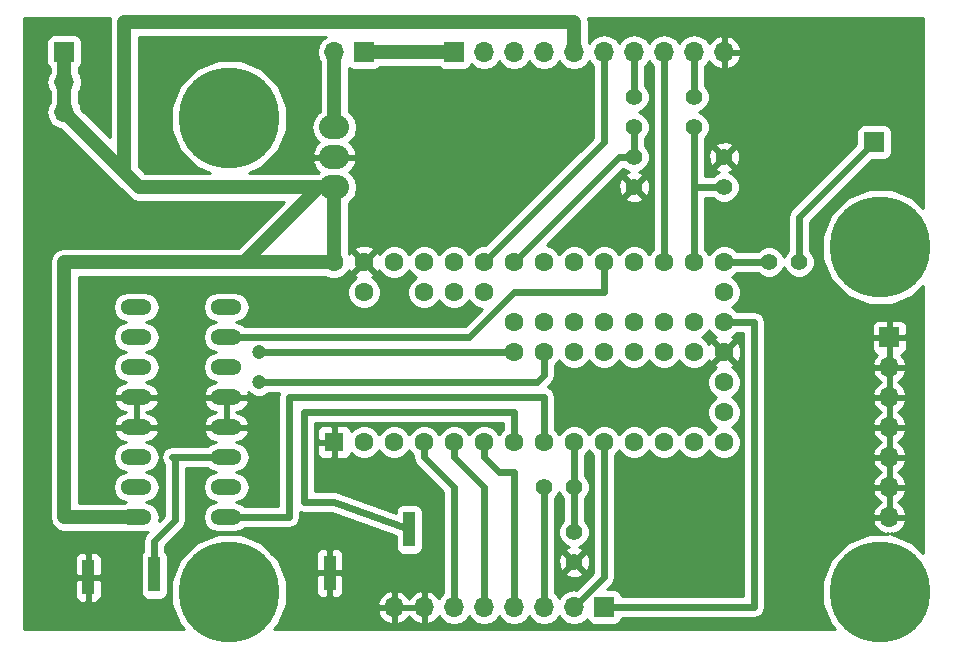
<source format=gbr>
G04 #@! TF.FileFunction,Copper,L1,Top,Signal*
%FSLAX46Y46*%
G04 Gerber Fmt 4.6, Leading zero omitted, Abs format (unit mm)*
G04 Created by KiCad (PCBNEW 4.0.6) date Wed Sep 27 08:45:41 2017*
%MOMM*%
%LPD*%
G01*
G04 APERTURE LIST*
%ADD10C,0.100000*%
%ADD11O,2.641600X1.320800*%
%ADD12R,1.700000X1.700000*%
%ADD13O,1.700000X1.700000*%
%ADD14R,1.000000X3.000000*%
%ADD15C,1.397000*%
%ADD16C,1.600000*%
%ADD17R,1.600000X1.600000*%
%ADD18O,2.540000X2.032000*%
%ADD19C,8.500000*%
%ADD20C,1.200000*%
%ADD21C,0.600000*%
%ADD22C,1.200000*%
%ADD23C,0.254000*%
G04 APERTURE END LIST*
D10*
D11*
X101346000Y-140970000D03*
X101346000Y-138430000D03*
X101346000Y-125730000D03*
X101346000Y-123190000D03*
X101346000Y-135890000D03*
X101346000Y-133350000D03*
X101346000Y-128270000D03*
X101346000Y-130810000D03*
X93726000Y-123190000D03*
X93726000Y-125730000D03*
X93726000Y-128270000D03*
X93726000Y-130810000D03*
X93726000Y-133350000D03*
X93726000Y-135890000D03*
X93726000Y-138430000D03*
X93726000Y-140970000D03*
D12*
X133350000Y-148590000D03*
D13*
X130810000Y-148590000D03*
X128270000Y-148590000D03*
X125730000Y-148590000D03*
X123190000Y-148590000D03*
X120650000Y-148590000D03*
X118110000Y-148590000D03*
X115570000Y-148590000D03*
D12*
X156210000Y-109220000D03*
D14*
X95250000Y-145820000D03*
D12*
X87630000Y-101600000D03*
D13*
X87630000Y-104140000D03*
X87630000Y-106680000D03*
D14*
X116840000Y-142010000D03*
D12*
X157480000Y-125730000D03*
D13*
X157480000Y-128270000D03*
X157480000Y-130810000D03*
X157480000Y-133350000D03*
X157480000Y-135890000D03*
X157480000Y-138430000D03*
X157480000Y-140970000D03*
D12*
X120650000Y-101600000D03*
D13*
X123190000Y-101600000D03*
X125730000Y-101600000D03*
X128270000Y-101600000D03*
X130810000Y-101600000D03*
X133350000Y-101600000D03*
X135890000Y-101600000D03*
X138430000Y-101600000D03*
X140970000Y-101600000D03*
X143510000Y-101600000D03*
D15*
X149860000Y-119380000D03*
X147320000Y-119380000D03*
X135890000Y-110490000D03*
X135890000Y-113030000D03*
X135890000Y-105410000D03*
X135890000Y-107950000D03*
X130810000Y-138430000D03*
X128270000Y-138430000D03*
X130810000Y-142240000D03*
X130810000Y-144780000D03*
X143510000Y-113030000D03*
X143510000Y-110490000D03*
X140970000Y-105410000D03*
X140970000Y-107950000D03*
D12*
X113030000Y-101600000D03*
D13*
X110490000Y-101600000D03*
D16*
X143510000Y-127000000D03*
X143510000Y-124460000D03*
X143510000Y-121920000D03*
X143510000Y-119380000D03*
X143510000Y-129540000D03*
X143510000Y-132080000D03*
X143510000Y-134620000D03*
X140970000Y-119380000D03*
X138430000Y-119380000D03*
X135890000Y-119380000D03*
X133350000Y-119380000D03*
X130810000Y-119380000D03*
X128270000Y-119380000D03*
X125730000Y-119380000D03*
X123190000Y-119380000D03*
X120650000Y-119380000D03*
X118110000Y-119380000D03*
X115570000Y-119380000D03*
X113030000Y-119380000D03*
X110490000Y-119380000D03*
X113030000Y-121920000D03*
X118110000Y-121920000D03*
X120650000Y-121920000D03*
X123190000Y-121920000D03*
X140970000Y-134620000D03*
X138430000Y-134620000D03*
X135890000Y-134620000D03*
X133350000Y-134620000D03*
X130810000Y-134620000D03*
X128270000Y-134620000D03*
X125730000Y-134620000D03*
X123190000Y-134620000D03*
X120650000Y-134620000D03*
X118110000Y-134620000D03*
X115570000Y-134620000D03*
X113030000Y-134620000D03*
D17*
X110490000Y-134620000D03*
D16*
X125730000Y-127000000D03*
X128270000Y-127000000D03*
X130810000Y-127000000D03*
X133350000Y-127000000D03*
X135890000Y-127000000D03*
X138430000Y-127000000D03*
X140970000Y-127000000D03*
X140970000Y-124460000D03*
X138430000Y-124460000D03*
X135890000Y-124460000D03*
X133350000Y-124460000D03*
X130810000Y-124460000D03*
X128270000Y-124460000D03*
X125730000Y-124460000D03*
D18*
X110490000Y-110490000D03*
X110490000Y-113030000D03*
X110490000Y-107950000D03*
D19*
X101600000Y-147320000D03*
X101600000Y-107188000D03*
X156718000Y-147320000D03*
X156718000Y-118110000D03*
D14*
X89662000Y-146074000D03*
X110109000Y-145693000D03*
D20*
X104140000Y-127000000D03*
X104140000Y-129540000D03*
D21*
X128270000Y-134620000D02*
X128270000Y-130810000D01*
X106680000Y-140970000D02*
X101346000Y-140970000D01*
X106680000Y-130810000D02*
X106680000Y-140970000D01*
X128270000Y-130810000D02*
X106680000Y-130810000D01*
X133350000Y-119380000D02*
X133350000Y-121920000D01*
X121920000Y-125730000D02*
X101346000Y-125730000D01*
X125730000Y-121920000D02*
X121920000Y-125730000D01*
X133350000Y-121920000D02*
X125730000Y-121920000D01*
X101346000Y-135890000D02*
X96774000Y-135890000D01*
X95250000Y-143002000D02*
X95250000Y-145820000D01*
X97028000Y-141224000D02*
X95250000Y-143002000D01*
X97028000Y-136144000D02*
X97028000Y-141224000D01*
X96774000Y-135890000D02*
X97028000Y-136144000D01*
D22*
X87630000Y-101600000D02*
X87630000Y-104140000D01*
X110490000Y-113030000D02*
X109220000Y-113030000D01*
X109220000Y-113030000D02*
X102870000Y-119380000D01*
X130810000Y-101600000D02*
X130810000Y-99060000D01*
X92710000Y-99060000D02*
X92710000Y-111760000D01*
X107315000Y-99060000D02*
X92710000Y-99060000D01*
X130810000Y-99060000D02*
X107315000Y-99060000D01*
X110490000Y-119380000D02*
X102870000Y-119380000D01*
X102870000Y-119380000D02*
X87630000Y-119380000D01*
X87630000Y-119380000D02*
X87630000Y-140970000D01*
X87630000Y-140970000D02*
X93726000Y-140970000D01*
X87630000Y-106680000D02*
X87630000Y-101600000D01*
X110490000Y-113030000D02*
X93980000Y-113030000D01*
X93980000Y-113030000D02*
X92710000Y-111760000D01*
X92710000Y-111760000D02*
X87630000Y-106680000D01*
X110490000Y-113030000D02*
X110490000Y-119380000D01*
D21*
X143510000Y-124460000D02*
X146050000Y-124460000D01*
X146050000Y-148590000D02*
X133350000Y-148590000D01*
X146050000Y-124460000D02*
X146050000Y-148590000D01*
X133350000Y-134620000D02*
X133350000Y-146050000D01*
X133350000Y-146050000D02*
X130810000Y-148590000D01*
X128270000Y-148590000D02*
X128270000Y-138430000D01*
X123190000Y-134620000D02*
X123190000Y-135890000D01*
X125730000Y-137160000D02*
X125730000Y-148590000D01*
X124460000Y-137160000D02*
X125730000Y-137160000D01*
X123190000Y-135890000D02*
X124460000Y-137160000D01*
X120650000Y-134620000D02*
X120650000Y-135890000D01*
X123190000Y-138430000D02*
X123190000Y-148590000D01*
X120650000Y-135890000D02*
X123190000Y-138430000D01*
X118110000Y-134620000D02*
X118110000Y-135890000D01*
X120650000Y-138430000D02*
X120650000Y-148590000D01*
X118110000Y-135890000D02*
X120650000Y-138430000D01*
X149860000Y-119380000D02*
X149860000Y-115570000D01*
X149860000Y-115570000D02*
X156210000Y-109220000D01*
X125730000Y-134620000D02*
X125730000Y-132080000D01*
X110490000Y-139700000D02*
X116840000Y-142010000D01*
X107950000Y-139700000D02*
X110490000Y-139700000D01*
X107950000Y-132080000D02*
X107950000Y-139700000D01*
X125730000Y-132080000D02*
X107950000Y-132080000D01*
D22*
X120650000Y-101600000D02*
X113030000Y-101600000D01*
D21*
X125730000Y-127000000D02*
X104140000Y-127000000D01*
X128270000Y-127000000D02*
X128270000Y-128905000D01*
X127635000Y-129540000D02*
X104140000Y-129540000D01*
X128270000Y-128905000D02*
X127635000Y-129540000D01*
X133350000Y-101600000D02*
X133350000Y-109220000D01*
X133350000Y-109220000D02*
X123190000Y-119380000D01*
X135890000Y-101600000D02*
X135890000Y-105410000D01*
X138430000Y-101600000D02*
X138430000Y-119380000D01*
X140970000Y-105410000D02*
X140970000Y-101600000D01*
X143510000Y-119380000D02*
X147320000Y-119380000D01*
X135890000Y-110490000D02*
X134620000Y-110490000D01*
X134620000Y-110490000D02*
X125730000Y-119380000D01*
X135890000Y-107950000D02*
X135890000Y-110490000D01*
X130810000Y-134620000D02*
X130810000Y-138430000D01*
X130810000Y-142240000D02*
X130810000Y-138430000D01*
X140970000Y-113030000D02*
X140970000Y-119380000D01*
X140970000Y-107950000D02*
X140970000Y-110490000D01*
X140970000Y-113030000D02*
X143510000Y-113030000D01*
X140970000Y-110490000D02*
X140970000Y-113030000D01*
D22*
X110490000Y-101600000D02*
X110490000Y-107950000D01*
D23*
G36*
X91475000Y-99060000D02*
X91475000Y-108778446D01*
X89086372Y-106389818D01*
X89031054Y-106111715D01*
X88865000Y-105863197D01*
X88865000Y-104956803D01*
X89031054Y-104708285D01*
X89144093Y-104140000D01*
X89031054Y-103571715D01*
X88865000Y-103323197D01*
X88865000Y-102956844D01*
X88931441Y-102914090D01*
X89076431Y-102701890D01*
X89127440Y-102450000D01*
X89127440Y-100750000D01*
X89083162Y-100514683D01*
X88944090Y-100298559D01*
X88731890Y-100153569D01*
X88480000Y-100102560D01*
X86780000Y-100102560D01*
X86544683Y-100146838D01*
X86328559Y-100285910D01*
X86183569Y-100498110D01*
X86132560Y-100750000D01*
X86132560Y-102450000D01*
X86176838Y-102685317D01*
X86315910Y-102901441D01*
X86395000Y-102955481D01*
X86395000Y-103323197D01*
X86228946Y-103571715D01*
X86115907Y-104140000D01*
X86228946Y-104708285D01*
X86395000Y-104956803D01*
X86395000Y-105863197D01*
X86228946Y-106111715D01*
X86115907Y-106680000D01*
X86228946Y-107248285D01*
X86550853Y-107730054D01*
X87032622Y-108051961D01*
X87310725Y-108107279D01*
X93106723Y-113903277D01*
X93507386Y-114170991D01*
X93980000Y-114265000D01*
X106238446Y-114265000D01*
X102358446Y-118145000D01*
X87630000Y-118145000D01*
X87157386Y-118239009D01*
X86756723Y-118506723D01*
X86489009Y-118907386D01*
X86395000Y-119380000D01*
X86395000Y-140970000D01*
X86489009Y-141442614D01*
X86756723Y-141843277D01*
X87157386Y-142110991D01*
X87630000Y-142205000D01*
X92723631Y-142205000D01*
X93027284Y-142265400D01*
X94424716Y-142265400D01*
X94723802Y-142205908D01*
X94588855Y-142340855D01*
X94386173Y-142644191D01*
X94315000Y-143002000D01*
X94315000Y-143845331D01*
X94298559Y-143855910D01*
X94153569Y-144068110D01*
X94102560Y-144320000D01*
X94102560Y-147320000D01*
X94146838Y-147555317D01*
X94285910Y-147771441D01*
X94498110Y-147916431D01*
X94750000Y-147967440D01*
X95750000Y-147967440D01*
X95985317Y-147923162D01*
X96201441Y-147784090D01*
X96346431Y-147571890D01*
X96397440Y-147320000D01*
X96397440Y-144320000D01*
X96353162Y-144084683D01*
X96214090Y-143868559D01*
X96185000Y-143848683D01*
X96185000Y-143389290D01*
X97689145Y-141885145D01*
X97891827Y-141581809D01*
X97963000Y-141224000D01*
X97963000Y-136825000D01*
X99759754Y-136825000D01*
X100151556Y-137086794D01*
X100519589Y-137160000D01*
X100151556Y-137233206D01*
X99731298Y-137514014D01*
X99450490Y-137934272D01*
X99351884Y-138430000D01*
X99450490Y-138925728D01*
X99731298Y-139345986D01*
X100151556Y-139626794D01*
X100519589Y-139700000D01*
X100151556Y-139773206D01*
X99731298Y-140054014D01*
X99450490Y-140474272D01*
X99351884Y-140970000D01*
X99450490Y-141465728D01*
X99731298Y-141885986D01*
X100151556Y-142166794D01*
X100647284Y-142265400D01*
X102044716Y-142265400D01*
X102540444Y-142166794D01*
X102932246Y-141905000D01*
X106680000Y-141905000D01*
X107037809Y-141833827D01*
X107341145Y-141631145D01*
X107543827Y-141327809D01*
X107615000Y-140970000D01*
X107615000Y-140568364D01*
X107950000Y-140635000D01*
X110325216Y-140635000D01*
X115692560Y-142587531D01*
X115692560Y-143510000D01*
X115736838Y-143745317D01*
X115875910Y-143961441D01*
X116088110Y-144106431D01*
X116340000Y-144157440D01*
X117340000Y-144157440D01*
X117575317Y-144113162D01*
X117791441Y-143974090D01*
X117936431Y-143761890D01*
X117987440Y-143510000D01*
X117987440Y-140510000D01*
X117943162Y-140274683D01*
X117804090Y-140058559D01*
X117591890Y-139913569D01*
X117340000Y-139862560D01*
X116340000Y-139862560D01*
X116104683Y-139906838D01*
X115888559Y-140045910D01*
X115743569Y-140258110D01*
X115692560Y-140510000D01*
X115692560Y-140597640D01*
X110809641Y-138821334D01*
X110649208Y-138796669D01*
X110490000Y-138765000D01*
X108885000Y-138765000D01*
X108885000Y-134905750D01*
X109055000Y-134905750D01*
X109055000Y-135546310D01*
X109151673Y-135779699D01*
X109330302Y-135958327D01*
X109563691Y-136055000D01*
X110204250Y-136055000D01*
X110363000Y-135896250D01*
X110363000Y-134747000D01*
X109213750Y-134747000D01*
X109055000Y-134905750D01*
X108885000Y-134905750D01*
X108885000Y-133693690D01*
X109055000Y-133693690D01*
X109055000Y-134334250D01*
X109213750Y-134493000D01*
X110363000Y-134493000D01*
X110363000Y-133343750D01*
X110204250Y-133185000D01*
X109563691Y-133185000D01*
X109330302Y-133281673D01*
X109151673Y-133460301D01*
X109055000Y-133693690D01*
X108885000Y-133693690D01*
X108885000Y-133015000D01*
X124795000Y-133015000D01*
X124795000Y-133525742D01*
X124514176Y-133806077D01*
X124460138Y-133936215D01*
X124407243Y-133808200D01*
X124003923Y-133404176D01*
X123476691Y-133185250D01*
X122905813Y-133184752D01*
X122378200Y-133402757D01*
X121974176Y-133806077D01*
X121920138Y-133936215D01*
X121867243Y-133808200D01*
X121463923Y-133404176D01*
X120936691Y-133185250D01*
X120365813Y-133184752D01*
X119838200Y-133402757D01*
X119434176Y-133806077D01*
X119380138Y-133936215D01*
X119327243Y-133808200D01*
X118923923Y-133404176D01*
X118396691Y-133185250D01*
X117825813Y-133184752D01*
X117298200Y-133402757D01*
X116894176Y-133806077D01*
X116840138Y-133936215D01*
X116787243Y-133808200D01*
X116383923Y-133404176D01*
X115856691Y-133185250D01*
X115285813Y-133184752D01*
X114758200Y-133402757D01*
X114354176Y-133806077D01*
X114300138Y-133936215D01*
X114247243Y-133808200D01*
X113843923Y-133404176D01*
X113316691Y-133185250D01*
X112745813Y-133184752D01*
X112218200Y-133402757D01*
X111925000Y-133695446D01*
X111925000Y-133693690D01*
X111828327Y-133460301D01*
X111649698Y-133281673D01*
X111416309Y-133185000D01*
X110775750Y-133185000D01*
X110617000Y-133343750D01*
X110617000Y-134493000D01*
X110637000Y-134493000D01*
X110637000Y-134747000D01*
X110617000Y-134747000D01*
X110617000Y-135896250D01*
X110775750Y-136055000D01*
X111416309Y-136055000D01*
X111649698Y-135958327D01*
X111828327Y-135779699D01*
X111925000Y-135546310D01*
X111925000Y-135544239D01*
X112216077Y-135835824D01*
X112743309Y-136054750D01*
X113314187Y-136055248D01*
X113841800Y-135837243D01*
X114245824Y-135433923D01*
X114299862Y-135303785D01*
X114352757Y-135431800D01*
X114756077Y-135835824D01*
X115283309Y-136054750D01*
X115854187Y-136055248D01*
X116381800Y-135837243D01*
X116785824Y-135433923D01*
X116839862Y-135303785D01*
X116892757Y-135431800D01*
X117175000Y-135714536D01*
X117175000Y-135890000D01*
X117246173Y-136247809D01*
X117448855Y-136551145D01*
X119715000Y-138817290D01*
X119715000Y-147433977D01*
X119599946Y-147510853D01*
X119372298Y-147851553D01*
X119305183Y-147708642D01*
X118876924Y-147318355D01*
X118466890Y-147148524D01*
X118237000Y-147269845D01*
X118237000Y-148463000D01*
X118257000Y-148463000D01*
X118257000Y-148717000D01*
X118237000Y-148717000D01*
X118237000Y-149910155D01*
X118466890Y-150031476D01*
X118876924Y-149861645D01*
X119305183Y-149471358D01*
X119372298Y-149328447D01*
X119599946Y-149669147D01*
X120081715Y-149991054D01*
X120650000Y-150104093D01*
X121218285Y-149991054D01*
X121700054Y-149669147D01*
X121920000Y-149339974D01*
X122139946Y-149669147D01*
X122621715Y-149991054D01*
X123190000Y-150104093D01*
X123758285Y-149991054D01*
X124240054Y-149669147D01*
X124460000Y-149339974D01*
X124679946Y-149669147D01*
X125161715Y-149991054D01*
X125730000Y-150104093D01*
X126298285Y-149991054D01*
X126780054Y-149669147D01*
X127000000Y-149339974D01*
X127219946Y-149669147D01*
X127701715Y-149991054D01*
X128270000Y-150104093D01*
X128838285Y-149991054D01*
X129320054Y-149669147D01*
X129540000Y-149339974D01*
X129759946Y-149669147D01*
X130241715Y-149991054D01*
X130810000Y-150104093D01*
X131378285Y-149991054D01*
X131860054Y-149669147D01*
X131887850Y-149627548D01*
X131896838Y-149675317D01*
X132035910Y-149891441D01*
X132248110Y-150036431D01*
X132500000Y-150087440D01*
X134200000Y-150087440D01*
X134435317Y-150043162D01*
X134651441Y-149904090D01*
X134796431Y-149691890D01*
X134830227Y-149525000D01*
X146050000Y-149525000D01*
X146407809Y-149453827D01*
X146711145Y-149251145D01*
X146913827Y-148947809D01*
X146985000Y-148590000D01*
X146985000Y-138786890D01*
X156038524Y-138786890D01*
X156208355Y-139196924D01*
X156598642Y-139625183D01*
X156757954Y-139700000D01*
X156598642Y-139774817D01*
X156208355Y-140203076D01*
X156038524Y-140613110D01*
X156159845Y-140843000D01*
X157353000Y-140843000D01*
X157353000Y-138557000D01*
X157607000Y-138557000D01*
X157607000Y-140843000D01*
X158800155Y-140843000D01*
X158921476Y-140613110D01*
X158751645Y-140203076D01*
X158361358Y-139774817D01*
X158202046Y-139700000D01*
X158361358Y-139625183D01*
X158751645Y-139196924D01*
X158921476Y-138786890D01*
X158800155Y-138557000D01*
X157607000Y-138557000D01*
X157353000Y-138557000D01*
X156159845Y-138557000D01*
X156038524Y-138786890D01*
X146985000Y-138786890D01*
X146985000Y-136246890D01*
X156038524Y-136246890D01*
X156208355Y-136656924D01*
X156598642Y-137085183D01*
X156757954Y-137160000D01*
X156598642Y-137234817D01*
X156208355Y-137663076D01*
X156038524Y-138073110D01*
X156159845Y-138303000D01*
X157353000Y-138303000D01*
X157353000Y-136017000D01*
X157607000Y-136017000D01*
X157607000Y-138303000D01*
X158800155Y-138303000D01*
X158921476Y-138073110D01*
X158751645Y-137663076D01*
X158361358Y-137234817D01*
X158202046Y-137160000D01*
X158361358Y-137085183D01*
X158751645Y-136656924D01*
X158921476Y-136246890D01*
X158800155Y-136017000D01*
X157607000Y-136017000D01*
X157353000Y-136017000D01*
X156159845Y-136017000D01*
X156038524Y-136246890D01*
X146985000Y-136246890D01*
X146985000Y-133706890D01*
X156038524Y-133706890D01*
X156208355Y-134116924D01*
X156598642Y-134545183D01*
X156757954Y-134620000D01*
X156598642Y-134694817D01*
X156208355Y-135123076D01*
X156038524Y-135533110D01*
X156159845Y-135763000D01*
X157353000Y-135763000D01*
X157353000Y-133477000D01*
X157607000Y-133477000D01*
X157607000Y-135763000D01*
X158800155Y-135763000D01*
X158921476Y-135533110D01*
X158751645Y-135123076D01*
X158361358Y-134694817D01*
X158202046Y-134620000D01*
X158361358Y-134545183D01*
X158751645Y-134116924D01*
X158921476Y-133706890D01*
X158800155Y-133477000D01*
X157607000Y-133477000D01*
X157353000Y-133477000D01*
X156159845Y-133477000D01*
X156038524Y-133706890D01*
X146985000Y-133706890D01*
X146985000Y-131166890D01*
X156038524Y-131166890D01*
X156208355Y-131576924D01*
X156598642Y-132005183D01*
X156757954Y-132080000D01*
X156598642Y-132154817D01*
X156208355Y-132583076D01*
X156038524Y-132993110D01*
X156159845Y-133223000D01*
X157353000Y-133223000D01*
X157353000Y-130937000D01*
X157607000Y-130937000D01*
X157607000Y-133223000D01*
X158800155Y-133223000D01*
X158921476Y-132993110D01*
X158751645Y-132583076D01*
X158361358Y-132154817D01*
X158202046Y-132080000D01*
X158361358Y-132005183D01*
X158751645Y-131576924D01*
X158921476Y-131166890D01*
X158800155Y-130937000D01*
X157607000Y-130937000D01*
X157353000Y-130937000D01*
X156159845Y-130937000D01*
X156038524Y-131166890D01*
X146985000Y-131166890D01*
X146985000Y-128626890D01*
X156038524Y-128626890D01*
X156208355Y-129036924D01*
X156598642Y-129465183D01*
X156757954Y-129540000D01*
X156598642Y-129614817D01*
X156208355Y-130043076D01*
X156038524Y-130453110D01*
X156159845Y-130683000D01*
X157353000Y-130683000D01*
X157353000Y-128397000D01*
X157607000Y-128397000D01*
X157607000Y-130683000D01*
X158800155Y-130683000D01*
X158921476Y-130453110D01*
X158751645Y-130043076D01*
X158361358Y-129614817D01*
X158202046Y-129540000D01*
X158361358Y-129465183D01*
X158751645Y-129036924D01*
X158921476Y-128626890D01*
X158800155Y-128397000D01*
X157607000Y-128397000D01*
X157353000Y-128397000D01*
X156159845Y-128397000D01*
X156038524Y-128626890D01*
X146985000Y-128626890D01*
X146985000Y-126015750D01*
X155995000Y-126015750D01*
X155995000Y-126706310D01*
X156091673Y-126939699D01*
X156270302Y-127118327D01*
X156479878Y-127205136D01*
X156208355Y-127503076D01*
X156038524Y-127913110D01*
X156159845Y-128143000D01*
X157353000Y-128143000D01*
X157353000Y-125857000D01*
X157607000Y-125857000D01*
X157607000Y-128143000D01*
X158800155Y-128143000D01*
X158921476Y-127913110D01*
X158751645Y-127503076D01*
X158480122Y-127205136D01*
X158689698Y-127118327D01*
X158868327Y-126939699D01*
X158965000Y-126706310D01*
X158965000Y-126015750D01*
X158806250Y-125857000D01*
X157607000Y-125857000D01*
X157353000Y-125857000D01*
X156153750Y-125857000D01*
X155995000Y-126015750D01*
X146985000Y-126015750D01*
X146985000Y-124753690D01*
X155995000Y-124753690D01*
X155995000Y-125444250D01*
X156153750Y-125603000D01*
X157353000Y-125603000D01*
X157353000Y-124403750D01*
X157607000Y-124403750D01*
X157607000Y-125603000D01*
X158806250Y-125603000D01*
X158965000Y-125444250D01*
X158965000Y-124753690D01*
X158868327Y-124520301D01*
X158689698Y-124341673D01*
X158456309Y-124245000D01*
X157765750Y-124245000D01*
X157607000Y-124403750D01*
X157353000Y-124403750D01*
X157194250Y-124245000D01*
X156503691Y-124245000D01*
X156270302Y-124341673D01*
X156091673Y-124520301D01*
X155995000Y-124753690D01*
X146985000Y-124753690D01*
X146985000Y-124460000D01*
X146913827Y-124102191D01*
X146711145Y-123798855D01*
X146407809Y-123596173D01*
X146050000Y-123525000D01*
X144604258Y-123525000D01*
X144323923Y-123244176D01*
X144193785Y-123190138D01*
X144321800Y-123137243D01*
X144725824Y-122733923D01*
X144944750Y-122206691D01*
X144945248Y-121635813D01*
X144727243Y-121108200D01*
X144323923Y-120704176D01*
X144193785Y-120650138D01*
X144321800Y-120597243D01*
X144604536Y-120315000D01*
X146369159Y-120315000D01*
X146563647Y-120509827D01*
X147053587Y-120713268D01*
X147584086Y-120713731D01*
X148074380Y-120511146D01*
X148449827Y-120136353D01*
X148590094Y-119798554D01*
X148728854Y-120134380D01*
X149103647Y-120509827D01*
X149593587Y-120713268D01*
X150124086Y-120713731D01*
X150614380Y-120511146D01*
X150989827Y-120136353D01*
X151193268Y-119646413D01*
X151193731Y-119115914D01*
X150991146Y-118625620D01*
X150795000Y-118429132D01*
X150795000Y-115957290D01*
X156034850Y-110717440D01*
X157060000Y-110717440D01*
X157295317Y-110673162D01*
X157511441Y-110534090D01*
X157656431Y-110321890D01*
X157707440Y-110070000D01*
X157707440Y-108370000D01*
X157663162Y-108134683D01*
X157524090Y-107918559D01*
X157311890Y-107773569D01*
X157060000Y-107722560D01*
X155360000Y-107722560D01*
X155124683Y-107766838D01*
X154908559Y-107905910D01*
X154763569Y-108118110D01*
X154712560Y-108370000D01*
X154712560Y-109395150D01*
X149198855Y-114908855D01*
X148996173Y-115212191D01*
X148925000Y-115570000D01*
X148925000Y-118429159D01*
X148730173Y-118623647D01*
X148589906Y-118961446D01*
X148451146Y-118625620D01*
X148076353Y-118250173D01*
X147586413Y-118046732D01*
X147055914Y-118046269D01*
X146565620Y-118248854D01*
X146369132Y-118445000D01*
X144604258Y-118445000D01*
X144323923Y-118164176D01*
X143796691Y-117945250D01*
X143225813Y-117944752D01*
X142698200Y-118162757D01*
X142294176Y-118566077D01*
X142240138Y-118696215D01*
X142187243Y-118568200D01*
X141905000Y-118285464D01*
X141905000Y-113965000D01*
X142559159Y-113965000D01*
X142753647Y-114159827D01*
X143243587Y-114363268D01*
X143774086Y-114363731D01*
X144264380Y-114161146D01*
X144639827Y-113786353D01*
X144843268Y-113296413D01*
X144843731Y-112765914D01*
X144641146Y-112275620D01*
X144266353Y-111900173D01*
X143944882Y-111766686D01*
X144202929Y-111659800D01*
X144264583Y-111424188D01*
X143510000Y-110669605D01*
X142755417Y-111424188D01*
X142817071Y-111659800D01*
X143096312Y-111758083D01*
X142755620Y-111898854D01*
X142559132Y-112095000D01*
X141905000Y-112095000D01*
X141905000Y-110297480D01*
X142164073Y-110297480D01*
X142192852Y-110827199D01*
X142340200Y-111182929D01*
X142575812Y-111244583D01*
X143330395Y-110490000D01*
X143689605Y-110490000D01*
X144444188Y-111244583D01*
X144679800Y-111182929D01*
X144855927Y-110682520D01*
X144827148Y-110152801D01*
X144679800Y-109797071D01*
X144444188Y-109735417D01*
X143689605Y-110490000D01*
X143330395Y-110490000D01*
X142575812Y-109735417D01*
X142340200Y-109797071D01*
X142164073Y-110297480D01*
X141905000Y-110297480D01*
X141905000Y-109555812D01*
X142755417Y-109555812D01*
X143510000Y-110310395D01*
X144264583Y-109555812D01*
X144202929Y-109320200D01*
X143702520Y-109144073D01*
X143172801Y-109172852D01*
X142817071Y-109320200D01*
X142755417Y-109555812D01*
X141905000Y-109555812D01*
X141905000Y-108900841D01*
X142099827Y-108706353D01*
X142303268Y-108216413D01*
X142303731Y-107685914D01*
X142101146Y-107195620D01*
X141726353Y-106820173D01*
X141388554Y-106679906D01*
X141724380Y-106541146D01*
X142099827Y-106166353D01*
X142303268Y-105676413D01*
X142303731Y-105145914D01*
X142101146Y-104655620D01*
X141905000Y-104459132D01*
X141905000Y-102756023D01*
X142020054Y-102679147D01*
X142247702Y-102338447D01*
X142314817Y-102481358D01*
X142743076Y-102871645D01*
X143153110Y-103041476D01*
X143383000Y-102920155D01*
X143383000Y-101727000D01*
X143637000Y-101727000D01*
X143637000Y-102920155D01*
X143866890Y-103041476D01*
X144276924Y-102871645D01*
X144705183Y-102481358D01*
X144951486Y-101956892D01*
X144830819Y-101727000D01*
X143637000Y-101727000D01*
X143383000Y-101727000D01*
X143363000Y-101727000D01*
X143363000Y-101473000D01*
X143383000Y-101473000D01*
X143383000Y-100279845D01*
X143637000Y-100279845D01*
X143637000Y-101473000D01*
X144830819Y-101473000D01*
X144951486Y-101243108D01*
X144705183Y-100718642D01*
X144276924Y-100328355D01*
X143866890Y-100158524D01*
X143637000Y-100279845D01*
X143383000Y-100279845D01*
X143153110Y-100158524D01*
X142743076Y-100328355D01*
X142314817Y-100718642D01*
X142247702Y-100861553D01*
X142020054Y-100520853D01*
X141538285Y-100198946D01*
X140970000Y-100085907D01*
X140401715Y-100198946D01*
X139919946Y-100520853D01*
X139700000Y-100850026D01*
X139480054Y-100520853D01*
X138998285Y-100198946D01*
X138430000Y-100085907D01*
X137861715Y-100198946D01*
X137379946Y-100520853D01*
X137160000Y-100850026D01*
X136940054Y-100520853D01*
X136458285Y-100198946D01*
X135890000Y-100085907D01*
X135321715Y-100198946D01*
X134839946Y-100520853D01*
X134620000Y-100850026D01*
X134400054Y-100520853D01*
X133918285Y-100198946D01*
X133350000Y-100085907D01*
X132781715Y-100198946D01*
X132299946Y-100520853D01*
X132080000Y-100850026D01*
X132045000Y-100797645D01*
X132045000Y-99060000D01*
X131979160Y-98729000D01*
X160351000Y-98729000D01*
X160351000Y-114834877D01*
X159488743Y-113971113D01*
X157693950Y-113225850D01*
X155750576Y-113224154D01*
X153954485Y-113966284D01*
X152579113Y-115339257D01*
X151833850Y-117134050D01*
X151832154Y-119077424D01*
X152574284Y-120873515D01*
X153947257Y-122248887D01*
X155742050Y-122994150D01*
X157685424Y-122995846D01*
X159481515Y-122253716D01*
X160351000Y-121385748D01*
X160351000Y-144044877D01*
X159488743Y-143181113D01*
X157693950Y-142435850D01*
X157607002Y-142435774D01*
X157607002Y-142290820D01*
X157836892Y-142411486D01*
X158361358Y-142165183D01*
X158751645Y-141736924D01*
X158921476Y-141326890D01*
X158800155Y-141097000D01*
X157607000Y-141097000D01*
X157607000Y-141117000D01*
X157353000Y-141117000D01*
X157353000Y-141097000D01*
X156159845Y-141097000D01*
X156038524Y-141326890D01*
X156208355Y-141736924D01*
X156598642Y-142165183D01*
X157123108Y-142411486D01*
X157352998Y-142290820D01*
X157352998Y-142435552D01*
X155750576Y-142434154D01*
X153954485Y-143176284D01*
X152579113Y-144549257D01*
X151833850Y-146344050D01*
X151832154Y-148287424D01*
X152574284Y-150083515D01*
X152935138Y-150445000D01*
X105384011Y-150445000D01*
X105738887Y-150090743D01*
X106213855Y-148946892D01*
X114128514Y-148946892D01*
X114374817Y-149471358D01*
X114803076Y-149861645D01*
X115213110Y-150031476D01*
X115443000Y-149910155D01*
X115443000Y-148717000D01*
X115697000Y-148717000D01*
X115697000Y-149910155D01*
X115926890Y-150031476D01*
X116336924Y-149861645D01*
X116765183Y-149471358D01*
X116840000Y-149312046D01*
X116914817Y-149471358D01*
X117343076Y-149861645D01*
X117753110Y-150031476D01*
X117983000Y-149910155D01*
X117983000Y-148717000D01*
X115697000Y-148717000D01*
X115443000Y-148717000D01*
X114249181Y-148717000D01*
X114128514Y-148946892D01*
X106213855Y-148946892D01*
X106484150Y-148295950D01*
X106484204Y-148233108D01*
X114128514Y-148233108D01*
X114249181Y-148463000D01*
X115443000Y-148463000D01*
X115443000Y-147269845D01*
X115697000Y-147269845D01*
X115697000Y-148463000D01*
X117983000Y-148463000D01*
X117983000Y-147269845D01*
X117753110Y-147148524D01*
X117343076Y-147318355D01*
X116914817Y-147708642D01*
X116840000Y-147867954D01*
X116765183Y-147708642D01*
X116336924Y-147318355D01*
X115926890Y-147148524D01*
X115697000Y-147269845D01*
X115443000Y-147269845D01*
X115213110Y-147148524D01*
X114803076Y-147318355D01*
X114374817Y-147708642D01*
X114128514Y-148233108D01*
X106484204Y-148233108D01*
X106485846Y-146352576D01*
X106331385Y-145978750D01*
X108974000Y-145978750D01*
X108974000Y-147319309D01*
X109070673Y-147552698D01*
X109249301Y-147731327D01*
X109482690Y-147828000D01*
X109823250Y-147828000D01*
X109982000Y-147669250D01*
X109982000Y-145820000D01*
X110236000Y-145820000D01*
X110236000Y-147669250D01*
X110394750Y-147828000D01*
X110735310Y-147828000D01*
X110968699Y-147731327D01*
X111147327Y-147552698D01*
X111244000Y-147319309D01*
X111244000Y-145978750D01*
X111085250Y-145820000D01*
X110236000Y-145820000D01*
X109982000Y-145820000D01*
X109132750Y-145820000D01*
X108974000Y-145978750D01*
X106331385Y-145978750D01*
X105743716Y-144556485D01*
X105254777Y-144066691D01*
X108974000Y-144066691D01*
X108974000Y-145407250D01*
X109132750Y-145566000D01*
X109982000Y-145566000D01*
X109982000Y-143716750D01*
X110236000Y-143716750D01*
X110236000Y-145566000D01*
X111085250Y-145566000D01*
X111244000Y-145407250D01*
X111244000Y-144066691D01*
X111147327Y-143833302D01*
X110968699Y-143654673D01*
X110735310Y-143558000D01*
X110394750Y-143558000D01*
X110236000Y-143716750D01*
X109982000Y-143716750D01*
X109823250Y-143558000D01*
X109482690Y-143558000D01*
X109249301Y-143654673D01*
X109070673Y-143833302D01*
X108974000Y-144066691D01*
X105254777Y-144066691D01*
X104370743Y-143181113D01*
X102575950Y-142435850D01*
X100632576Y-142434154D01*
X98836485Y-143176284D01*
X97461113Y-144549257D01*
X96715850Y-146344050D01*
X96714154Y-148287424D01*
X97456284Y-150083515D01*
X97817138Y-150445000D01*
X84251000Y-150445000D01*
X84251000Y-146359750D01*
X88527000Y-146359750D01*
X88527000Y-147700309D01*
X88623673Y-147933698D01*
X88802301Y-148112327D01*
X89035690Y-148209000D01*
X89376250Y-148209000D01*
X89535000Y-148050250D01*
X89535000Y-146201000D01*
X89789000Y-146201000D01*
X89789000Y-148050250D01*
X89947750Y-148209000D01*
X90288310Y-148209000D01*
X90521699Y-148112327D01*
X90700327Y-147933698D01*
X90797000Y-147700309D01*
X90797000Y-146359750D01*
X90638250Y-146201000D01*
X89789000Y-146201000D01*
X89535000Y-146201000D01*
X88685750Y-146201000D01*
X88527000Y-146359750D01*
X84251000Y-146359750D01*
X84251000Y-144447691D01*
X88527000Y-144447691D01*
X88527000Y-145788250D01*
X88685750Y-145947000D01*
X89535000Y-145947000D01*
X89535000Y-144097750D01*
X89789000Y-144097750D01*
X89789000Y-145947000D01*
X90638250Y-145947000D01*
X90797000Y-145788250D01*
X90797000Y-144447691D01*
X90700327Y-144214302D01*
X90521699Y-144035673D01*
X90288310Y-143939000D01*
X89947750Y-143939000D01*
X89789000Y-144097750D01*
X89535000Y-144097750D01*
X89376250Y-143939000D01*
X89035690Y-143939000D01*
X88802301Y-144035673D01*
X88623673Y-144214302D01*
X88527000Y-144447691D01*
X84251000Y-144447691D01*
X84251000Y-98729000D01*
X91540840Y-98729000D01*
X91475000Y-99060000D01*
X91475000Y-99060000D01*
G37*
X91475000Y-99060000D02*
X91475000Y-108778446D01*
X89086372Y-106389818D01*
X89031054Y-106111715D01*
X88865000Y-105863197D01*
X88865000Y-104956803D01*
X89031054Y-104708285D01*
X89144093Y-104140000D01*
X89031054Y-103571715D01*
X88865000Y-103323197D01*
X88865000Y-102956844D01*
X88931441Y-102914090D01*
X89076431Y-102701890D01*
X89127440Y-102450000D01*
X89127440Y-100750000D01*
X89083162Y-100514683D01*
X88944090Y-100298559D01*
X88731890Y-100153569D01*
X88480000Y-100102560D01*
X86780000Y-100102560D01*
X86544683Y-100146838D01*
X86328559Y-100285910D01*
X86183569Y-100498110D01*
X86132560Y-100750000D01*
X86132560Y-102450000D01*
X86176838Y-102685317D01*
X86315910Y-102901441D01*
X86395000Y-102955481D01*
X86395000Y-103323197D01*
X86228946Y-103571715D01*
X86115907Y-104140000D01*
X86228946Y-104708285D01*
X86395000Y-104956803D01*
X86395000Y-105863197D01*
X86228946Y-106111715D01*
X86115907Y-106680000D01*
X86228946Y-107248285D01*
X86550853Y-107730054D01*
X87032622Y-108051961D01*
X87310725Y-108107279D01*
X93106723Y-113903277D01*
X93507386Y-114170991D01*
X93980000Y-114265000D01*
X106238446Y-114265000D01*
X102358446Y-118145000D01*
X87630000Y-118145000D01*
X87157386Y-118239009D01*
X86756723Y-118506723D01*
X86489009Y-118907386D01*
X86395000Y-119380000D01*
X86395000Y-140970000D01*
X86489009Y-141442614D01*
X86756723Y-141843277D01*
X87157386Y-142110991D01*
X87630000Y-142205000D01*
X92723631Y-142205000D01*
X93027284Y-142265400D01*
X94424716Y-142265400D01*
X94723802Y-142205908D01*
X94588855Y-142340855D01*
X94386173Y-142644191D01*
X94315000Y-143002000D01*
X94315000Y-143845331D01*
X94298559Y-143855910D01*
X94153569Y-144068110D01*
X94102560Y-144320000D01*
X94102560Y-147320000D01*
X94146838Y-147555317D01*
X94285910Y-147771441D01*
X94498110Y-147916431D01*
X94750000Y-147967440D01*
X95750000Y-147967440D01*
X95985317Y-147923162D01*
X96201441Y-147784090D01*
X96346431Y-147571890D01*
X96397440Y-147320000D01*
X96397440Y-144320000D01*
X96353162Y-144084683D01*
X96214090Y-143868559D01*
X96185000Y-143848683D01*
X96185000Y-143389290D01*
X97689145Y-141885145D01*
X97891827Y-141581809D01*
X97963000Y-141224000D01*
X97963000Y-136825000D01*
X99759754Y-136825000D01*
X100151556Y-137086794D01*
X100519589Y-137160000D01*
X100151556Y-137233206D01*
X99731298Y-137514014D01*
X99450490Y-137934272D01*
X99351884Y-138430000D01*
X99450490Y-138925728D01*
X99731298Y-139345986D01*
X100151556Y-139626794D01*
X100519589Y-139700000D01*
X100151556Y-139773206D01*
X99731298Y-140054014D01*
X99450490Y-140474272D01*
X99351884Y-140970000D01*
X99450490Y-141465728D01*
X99731298Y-141885986D01*
X100151556Y-142166794D01*
X100647284Y-142265400D01*
X102044716Y-142265400D01*
X102540444Y-142166794D01*
X102932246Y-141905000D01*
X106680000Y-141905000D01*
X107037809Y-141833827D01*
X107341145Y-141631145D01*
X107543827Y-141327809D01*
X107615000Y-140970000D01*
X107615000Y-140568364D01*
X107950000Y-140635000D01*
X110325216Y-140635000D01*
X115692560Y-142587531D01*
X115692560Y-143510000D01*
X115736838Y-143745317D01*
X115875910Y-143961441D01*
X116088110Y-144106431D01*
X116340000Y-144157440D01*
X117340000Y-144157440D01*
X117575317Y-144113162D01*
X117791441Y-143974090D01*
X117936431Y-143761890D01*
X117987440Y-143510000D01*
X117987440Y-140510000D01*
X117943162Y-140274683D01*
X117804090Y-140058559D01*
X117591890Y-139913569D01*
X117340000Y-139862560D01*
X116340000Y-139862560D01*
X116104683Y-139906838D01*
X115888559Y-140045910D01*
X115743569Y-140258110D01*
X115692560Y-140510000D01*
X115692560Y-140597640D01*
X110809641Y-138821334D01*
X110649208Y-138796669D01*
X110490000Y-138765000D01*
X108885000Y-138765000D01*
X108885000Y-134905750D01*
X109055000Y-134905750D01*
X109055000Y-135546310D01*
X109151673Y-135779699D01*
X109330302Y-135958327D01*
X109563691Y-136055000D01*
X110204250Y-136055000D01*
X110363000Y-135896250D01*
X110363000Y-134747000D01*
X109213750Y-134747000D01*
X109055000Y-134905750D01*
X108885000Y-134905750D01*
X108885000Y-133693690D01*
X109055000Y-133693690D01*
X109055000Y-134334250D01*
X109213750Y-134493000D01*
X110363000Y-134493000D01*
X110363000Y-133343750D01*
X110204250Y-133185000D01*
X109563691Y-133185000D01*
X109330302Y-133281673D01*
X109151673Y-133460301D01*
X109055000Y-133693690D01*
X108885000Y-133693690D01*
X108885000Y-133015000D01*
X124795000Y-133015000D01*
X124795000Y-133525742D01*
X124514176Y-133806077D01*
X124460138Y-133936215D01*
X124407243Y-133808200D01*
X124003923Y-133404176D01*
X123476691Y-133185250D01*
X122905813Y-133184752D01*
X122378200Y-133402757D01*
X121974176Y-133806077D01*
X121920138Y-133936215D01*
X121867243Y-133808200D01*
X121463923Y-133404176D01*
X120936691Y-133185250D01*
X120365813Y-133184752D01*
X119838200Y-133402757D01*
X119434176Y-133806077D01*
X119380138Y-133936215D01*
X119327243Y-133808200D01*
X118923923Y-133404176D01*
X118396691Y-133185250D01*
X117825813Y-133184752D01*
X117298200Y-133402757D01*
X116894176Y-133806077D01*
X116840138Y-133936215D01*
X116787243Y-133808200D01*
X116383923Y-133404176D01*
X115856691Y-133185250D01*
X115285813Y-133184752D01*
X114758200Y-133402757D01*
X114354176Y-133806077D01*
X114300138Y-133936215D01*
X114247243Y-133808200D01*
X113843923Y-133404176D01*
X113316691Y-133185250D01*
X112745813Y-133184752D01*
X112218200Y-133402757D01*
X111925000Y-133695446D01*
X111925000Y-133693690D01*
X111828327Y-133460301D01*
X111649698Y-133281673D01*
X111416309Y-133185000D01*
X110775750Y-133185000D01*
X110617000Y-133343750D01*
X110617000Y-134493000D01*
X110637000Y-134493000D01*
X110637000Y-134747000D01*
X110617000Y-134747000D01*
X110617000Y-135896250D01*
X110775750Y-136055000D01*
X111416309Y-136055000D01*
X111649698Y-135958327D01*
X111828327Y-135779699D01*
X111925000Y-135546310D01*
X111925000Y-135544239D01*
X112216077Y-135835824D01*
X112743309Y-136054750D01*
X113314187Y-136055248D01*
X113841800Y-135837243D01*
X114245824Y-135433923D01*
X114299862Y-135303785D01*
X114352757Y-135431800D01*
X114756077Y-135835824D01*
X115283309Y-136054750D01*
X115854187Y-136055248D01*
X116381800Y-135837243D01*
X116785824Y-135433923D01*
X116839862Y-135303785D01*
X116892757Y-135431800D01*
X117175000Y-135714536D01*
X117175000Y-135890000D01*
X117246173Y-136247809D01*
X117448855Y-136551145D01*
X119715000Y-138817290D01*
X119715000Y-147433977D01*
X119599946Y-147510853D01*
X119372298Y-147851553D01*
X119305183Y-147708642D01*
X118876924Y-147318355D01*
X118466890Y-147148524D01*
X118237000Y-147269845D01*
X118237000Y-148463000D01*
X118257000Y-148463000D01*
X118257000Y-148717000D01*
X118237000Y-148717000D01*
X118237000Y-149910155D01*
X118466890Y-150031476D01*
X118876924Y-149861645D01*
X119305183Y-149471358D01*
X119372298Y-149328447D01*
X119599946Y-149669147D01*
X120081715Y-149991054D01*
X120650000Y-150104093D01*
X121218285Y-149991054D01*
X121700054Y-149669147D01*
X121920000Y-149339974D01*
X122139946Y-149669147D01*
X122621715Y-149991054D01*
X123190000Y-150104093D01*
X123758285Y-149991054D01*
X124240054Y-149669147D01*
X124460000Y-149339974D01*
X124679946Y-149669147D01*
X125161715Y-149991054D01*
X125730000Y-150104093D01*
X126298285Y-149991054D01*
X126780054Y-149669147D01*
X127000000Y-149339974D01*
X127219946Y-149669147D01*
X127701715Y-149991054D01*
X128270000Y-150104093D01*
X128838285Y-149991054D01*
X129320054Y-149669147D01*
X129540000Y-149339974D01*
X129759946Y-149669147D01*
X130241715Y-149991054D01*
X130810000Y-150104093D01*
X131378285Y-149991054D01*
X131860054Y-149669147D01*
X131887850Y-149627548D01*
X131896838Y-149675317D01*
X132035910Y-149891441D01*
X132248110Y-150036431D01*
X132500000Y-150087440D01*
X134200000Y-150087440D01*
X134435317Y-150043162D01*
X134651441Y-149904090D01*
X134796431Y-149691890D01*
X134830227Y-149525000D01*
X146050000Y-149525000D01*
X146407809Y-149453827D01*
X146711145Y-149251145D01*
X146913827Y-148947809D01*
X146985000Y-148590000D01*
X146985000Y-138786890D01*
X156038524Y-138786890D01*
X156208355Y-139196924D01*
X156598642Y-139625183D01*
X156757954Y-139700000D01*
X156598642Y-139774817D01*
X156208355Y-140203076D01*
X156038524Y-140613110D01*
X156159845Y-140843000D01*
X157353000Y-140843000D01*
X157353000Y-138557000D01*
X157607000Y-138557000D01*
X157607000Y-140843000D01*
X158800155Y-140843000D01*
X158921476Y-140613110D01*
X158751645Y-140203076D01*
X158361358Y-139774817D01*
X158202046Y-139700000D01*
X158361358Y-139625183D01*
X158751645Y-139196924D01*
X158921476Y-138786890D01*
X158800155Y-138557000D01*
X157607000Y-138557000D01*
X157353000Y-138557000D01*
X156159845Y-138557000D01*
X156038524Y-138786890D01*
X146985000Y-138786890D01*
X146985000Y-136246890D01*
X156038524Y-136246890D01*
X156208355Y-136656924D01*
X156598642Y-137085183D01*
X156757954Y-137160000D01*
X156598642Y-137234817D01*
X156208355Y-137663076D01*
X156038524Y-138073110D01*
X156159845Y-138303000D01*
X157353000Y-138303000D01*
X157353000Y-136017000D01*
X157607000Y-136017000D01*
X157607000Y-138303000D01*
X158800155Y-138303000D01*
X158921476Y-138073110D01*
X158751645Y-137663076D01*
X158361358Y-137234817D01*
X158202046Y-137160000D01*
X158361358Y-137085183D01*
X158751645Y-136656924D01*
X158921476Y-136246890D01*
X158800155Y-136017000D01*
X157607000Y-136017000D01*
X157353000Y-136017000D01*
X156159845Y-136017000D01*
X156038524Y-136246890D01*
X146985000Y-136246890D01*
X146985000Y-133706890D01*
X156038524Y-133706890D01*
X156208355Y-134116924D01*
X156598642Y-134545183D01*
X156757954Y-134620000D01*
X156598642Y-134694817D01*
X156208355Y-135123076D01*
X156038524Y-135533110D01*
X156159845Y-135763000D01*
X157353000Y-135763000D01*
X157353000Y-133477000D01*
X157607000Y-133477000D01*
X157607000Y-135763000D01*
X158800155Y-135763000D01*
X158921476Y-135533110D01*
X158751645Y-135123076D01*
X158361358Y-134694817D01*
X158202046Y-134620000D01*
X158361358Y-134545183D01*
X158751645Y-134116924D01*
X158921476Y-133706890D01*
X158800155Y-133477000D01*
X157607000Y-133477000D01*
X157353000Y-133477000D01*
X156159845Y-133477000D01*
X156038524Y-133706890D01*
X146985000Y-133706890D01*
X146985000Y-131166890D01*
X156038524Y-131166890D01*
X156208355Y-131576924D01*
X156598642Y-132005183D01*
X156757954Y-132080000D01*
X156598642Y-132154817D01*
X156208355Y-132583076D01*
X156038524Y-132993110D01*
X156159845Y-133223000D01*
X157353000Y-133223000D01*
X157353000Y-130937000D01*
X157607000Y-130937000D01*
X157607000Y-133223000D01*
X158800155Y-133223000D01*
X158921476Y-132993110D01*
X158751645Y-132583076D01*
X158361358Y-132154817D01*
X158202046Y-132080000D01*
X158361358Y-132005183D01*
X158751645Y-131576924D01*
X158921476Y-131166890D01*
X158800155Y-130937000D01*
X157607000Y-130937000D01*
X157353000Y-130937000D01*
X156159845Y-130937000D01*
X156038524Y-131166890D01*
X146985000Y-131166890D01*
X146985000Y-128626890D01*
X156038524Y-128626890D01*
X156208355Y-129036924D01*
X156598642Y-129465183D01*
X156757954Y-129540000D01*
X156598642Y-129614817D01*
X156208355Y-130043076D01*
X156038524Y-130453110D01*
X156159845Y-130683000D01*
X157353000Y-130683000D01*
X157353000Y-128397000D01*
X157607000Y-128397000D01*
X157607000Y-130683000D01*
X158800155Y-130683000D01*
X158921476Y-130453110D01*
X158751645Y-130043076D01*
X158361358Y-129614817D01*
X158202046Y-129540000D01*
X158361358Y-129465183D01*
X158751645Y-129036924D01*
X158921476Y-128626890D01*
X158800155Y-128397000D01*
X157607000Y-128397000D01*
X157353000Y-128397000D01*
X156159845Y-128397000D01*
X156038524Y-128626890D01*
X146985000Y-128626890D01*
X146985000Y-126015750D01*
X155995000Y-126015750D01*
X155995000Y-126706310D01*
X156091673Y-126939699D01*
X156270302Y-127118327D01*
X156479878Y-127205136D01*
X156208355Y-127503076D01*
X156038524Y-127913110D01*
X156159845Y-128143000D01*
X157353000Y-128143000D01*
X157353000Y-125857000D01*
X157607000Y-125857000D01*
X157607000Y-128143000D01*
X158800155Y-128143000D01*
X158921476Y-127913110D01*
X158751645Y-127503076D01*
X158480122Y-127205136D01*
X158689698Y-127118327D01*
X158868327Y-126939699D01*
X158965000Y-126706310D01*
X158965000Y-126015750D01*
X158806250Y-125857000D01*
X157607000Y-125857000D01*
X157353000Y-125857000D01*
X156153750Y-125857000D01*
X155995000Y-126015750D01*
X146985000Y-126015750D01*
X146985000Y-124753690D01*
X155995000Y-124753690D01*
X155995000Y-125444250D01*
X156153750Y-125603000D01*
X157353000Y-125603000D01*
X157353000Y-124403750D01*
X157607000Y-124403750D01*
X157607000Y-125603000D01*
X158806250Y-125603000D01*
X158965000Y-125444250D01*
X158965000Y-124753690D01*
X158868327Y-124520301D01*
X158689698Y-124341673D01*
X158456309Y-124245000D01*
X157765750Y-124245000D01*
X157607000Y-124403750D01*
X157353000Y-124403750D01*
X157194250Y-124245000D01*
X156503691Y-124245000D01*
X156270302Y-124341673D01*
X156091673Y-124520301D01*
X155995000Y-124753690D01*
X146985000Y-124753690D01*
X146985000Y-124460000D01*
X146913827Y-124102191D01*
X146711145Y-123798855D01*
X146407809Y-123596173D01*
X146050000Y-123525000D01*
X144604258Y-123525000D01*
X144323923Y-123244176D01*
X144193785Y-123190138D01*
X144321800Y-123137243D01*
X144725824Y-122733923D01*
X144944750Y-122206691D01*
X144945248Y-121635813D01*
X144727243Y-121108200D01*
X144323923Y-120704176D01*
X144193785Y-120650138D01*
X144321800Y-120597243D01*
X144604536Y-120315000D01*
X146369159Y-120315000D01*
X146563647Y-120509827D01*
X147053587Y-120713268D01*
X147584086Y-120713731D01*
X148074380Y-120511146D01*
X148449827Y-120136353D01*
X148590094Y-119798554D01*
X148728854Y-120134380D01*
X149103647Y-120509827D01*
X149593587Y-120713268D01*
X150124086Y-120713731D01*
X150614380Y-120511146D01*
X150989827Y-120136353D01*
X151193268Y-119646413D01*
X151193731Y-119115914D01*
X150991146Y-118625620D01*
X150795000Y-118429132D01*
X150795000Y-115957290D01*
X156034850Y-110717440D01*
X157060000Y-110717440D01*
X157295317Y-110673162D01*
X157511441Y-110534090D01*
X157656431Y-110321890D01*
X157707440Y-110070000D01*
X157707440Y-108370000D01*
X157663162Y-108134683D01*
X157524090Y-107918559D01*
X157311890Y-107773569D01*
X157060000Y-107722560D01*
X155360000Y-107722560D01*
X155124683Y-107766838D01*
X154908559Y-107905910D01*
X154763569Y-108118110D01*
X154712560Y-108370000D01*
X154712560Y-109395150D01*
X149198855Y-114908855D01*
X148996173Y-115212191D01*
X148925000Y-115570000D01*
X148925000Y-118429159D01*
X148730173Y-118623647D01*
X148589906Y-118961446D01*
X148451146Y-118625620D01*
X148076353Y-118250173D01*
X147586413Y-118046732D01*
X147055914Y-118046269D01*
X146565620Y-118248854D01*
X146369132Y-118445000D01*
X144604258Y-118445000D01*
X144323923Y-118164176D01*
X143796691Y-117945250D01*
X143225813Y-117944752D01*
X142698200Y-118162757D01*
X142294176Y-118566077D01*
X142240138Y-118696215D01*
X142187243Y-118568200D01*
X141905000Y-118285464D01*
X141905000Y-113965000D01*
X142559159Y-113965000D01*
X142753647Y-114159827D01*
X143243587Y-114363268D01*
X143774086Y-114363731D01*
X144264380Y-114161146D01*
X144639827Y-113786353D01*
X144843268Y-113296413D01*
X144843731Y-112765914D01*
X144641146Y-112275620D01*
X144266353Y-111900173D01*
X143944882Y-111766686D01*
X144202929Y-111659800D01*
X144264583Y-111424188D01*
X143510000Y-110669605D01*
X142755417Y-111424188D01*
X142817071Y-111659800D01*
X143096312Y-111758083D01*
X142755620Y-111898854D01*
X142559132Y-112095000D01*
X141905000Y-112095000D01*
X141905000Y-110297480D01*
X142164073Y-110297480D01*
X142192852Y-110827199D01*
X142340200Y-111182929D01*
X142575812Y-111244583D01*
X143330395Y-110490000D01*
X143689605Y-110490000D01*
X144444188Y-111244583D01*
X144679800Y-111182929D01*
X144855927Y-110682520D01*
X144827148Y-110152801D01*
X144679800Y-109797071D01*
X144444188Y-109735417D01*
X143689605Y-110490000D01*
X143330395Y-110490000D01*
X142575812Y-109735417D01*
X142340200Y-109797071D01*
X142164073Y-110297480D01*
X141905000Y-110297480D01*
X141905000Y-109555812D01*
X142755417Y-109555812D01*
X143510000Y-110310395D01*
X144264583Y-109555812D01*
X144202929Y-109320200D01*
X143702520Y-109144073D01*
X143172801Y-109172852D01*
X142817071Y-109320200D01*
X142755417Y-109555812D01*
X141905000Y-109555812D01*
X141905000Y-108900841D01*
X142099827Y-108706353D01*
X142303268Y-108216413D01*
X142303731Y-107685914D01*
X142101146Y-107195620D01*
X141726353Y-106820173D01*
X141388554Y-106679906D01*
X141724380Y-106541146D01*
X142099827Y-106166353D01*
X142303268Y-105676413D01*
X142303731Y-105145914D01*
X142101146Y-104655620D01*
X141905000Y-104459132D01*
X141905000Y-102756023D01*
X142020054Y-102679147D01*
X142247702Y-102338447D01*
X142314817Y-102481358D01*
X142743076Y-102871645D01*
X143153110Y-103041476D01*
X143383000Y-102920155D01*
X143383000Y-101727000D01*
X143637000Y-101727000D01*
X143637000Y-102920155D01*
X143866890Y-103041476D01*
X144276924Y-102871645D01*
X144705183Y-102481358D01*
X144951486Y-101956892D01*
X144830819Y-101727000D01*
X143637000Y-101727000D01*
X143383000Y-101727000D01*
X143363000Y-101727000D01*
X143363000Y-101473000D01*
X143383000Y-101473000D01*
X143383000Y-100279845D01*
X143637000Y-100279845D01*
X143637000Y-101473000D01*
X144830819Y-101473000D01*
X144951486Y-101243108D01*
X144705183Y-100718642D01*
X144276924Y-100328355D01*
X143866890Y-100158524D01*
X143637000Y-100279845D01*
X143383000Y-100279845D01*
X143153110Y-100158524D01*
X142743076Y-100328355D01*
X142314817Y-100718642D01*
X142247702Y-100861553D01*
X142020054Y-100520853D01*
X141538285Y-100198946D01*
X140970000Y-100085907D01*
X140401715Y-100198946D01*
X139919946Y-100520853D01*
X139700000Y-100850026D01*
X139480054Y-100520853D01*
X138998285Y-100198946D01*
X138430000Y-100085907D01*
X137861715Y-100198946D01*
X137379946Y-100520853D01*
X137160000Y-100850026D01*
X136940054Y-100520853D01*
X136458285Y-100198946D01*
X135890000Y-100085907D01*
X135321715Y-100198946D01*
X134839946Y-100520853D01*
X134620000Y-100850026D01*
X134400054Y-100520853D01*
X133918285Y-100198946D01*
X133350000Y-100085907D01*
X132781715Y-100198946D01*
X132299946Y-100520853D01*
X132080000Y-100850026D01*
X132045000Y-100797645D01*
X132045000Y-99060000D01*
X131979160Y-98729000D01*
X160351000Y-98729000D01*
X160351000Y-114834877D01*
X159488743Y-113971113D01*
X157693950Y-113225850D01*
X155750576Y-113224154D01*
X153954485Y-113966284D01*
X152579113Y-115339257D01*
X151833850Y-117134050D01*
X151832154Y-119077424D01*
X152574284Y-120873515D01*
X153947257Y-122248887D01*
X155742050Y-122994150D01*
X157685424Y-122995846D01*
X159481515Y-122253716D01*
X160351000Y-121385748D01*
X160351000Y-144044877D01*
X159488743Y-143181113D01*
X157693950Y-142435850D01*
X157607002Y-142435774D01*
X157607002Y-142290820D01*
X157836892Y-142411486D01*
X158361358Y-142165183D01*
X158751645Y-141736924D01*
X158921476Y-141326890D01*
X158800155Y-141097000D01*
X157607000Y-141097000D01*
X157607000Y-141117000D01*
X157353000Y-141117000D01*
X157353000Y-141097000D01*
X156159845Y-141097000D01*
X156038524Y-141326890D01*
X156208355Y-141736924D01*
X156598642Y-142165183D01*
X157123108Y-142411486D01*
X157352998Y-142290820D01*
X157352998Y-142435552D01*
X155750576Y-142434154D01*
X153954485Y-143176284D01*
X152579113Y-144549257D01*
X151833850Y-146344050D01*
X151832154Y-148287424D01*
X152574284Y-150083515D01*
X152935138Y-150445000D01*
X105384011Y-150445000D01*
X105738887Y-150090743D01*
X106213855Y-148946892D01*
X114128514Y-148946892D01*
X114374817Y-149471358D01*
X114803076Y-149861645D01*
X115213110Y-150031476D01*
X115443000Y-149910155D01*
X115443000Y-148717000D01*
X115697000Y-148717000D01*
X115697000Y-149910155D01*
X115926890Y-150031476D01*
X116336924Y-149861645D01*
X116765183Y-149471358D01*
X116840000Y-149312046D01*
X116914817Y-149471358D01*
X117343076Y-149861645D01*
X117753110Y-150031476D01*
X117983000Y-149910155D01*
X117983000Y-148717000D01*
X115697000Y-148717000D01*
X115443000Y-148717000D01*
X114249181Y-148717000D01*
X114128514Y-148946892D01*
X106213855Y-148946892D01*
X106484150Y-148295950D01*
X106484204Y-148233108D01*
X114128514Y-148233108D01*
X114249181Y-148463000D01*
X115443000Y-148463000D01*
X115443000Y-147269845D01*
X115697000Y-147269845D01*
X115697000Y-148463000D01*
X117983000Y-148463000D01*
X117983000Y-147269845D01*
X117753110Y-147148524D01*
X117343076Y-147318355D01*
X116914817Y-147708642D01*
X116840000Y-147867954D01*
X116765183Y-147708642D01*
X116336924Y-147318355D01*
X115926890Y-147148524D01*
X115697000Y-147269845D01*
X115443000Y-147269845D01*
X115213110Y-147148524D01*
X114803076Y-147318355D01*
X114374817Y-147708642D01*
X114128514Y-148233108D01*
X106484204Y-148233108D01*
X106485846Y-146352576D01*
X106331385Y-145978750D01*
X108974000Y-145978750D01*
X108974000Y-147319309D01*
X109070673Y-147552698D01*
X109249301Y-147731327D01*
X109482690Y-147828000D01*
X109823250Y-147828000D01*
X109982000Y-147669250D01*
X109982000Y-145820000D01*
X110236000Y-145820000D01*
X110236000Y-147669250D01*
X110394750Y-147828000D01*
X110735310Y-147828000D01*
X110968699Y-147731327D01*
X111147327Y-147552698D01*
X111244000Y-147319309D01*
X111244000Y-145978750D01*
X111085250Y-145820000D01*
X110236000Y-145820000D01*
X109982000Y-145820000D01*
X109132750Y-145820000D01*
X108974000Y-145978750D01*
X106331385Y-145978750D01*
X105743716Y-144556485D01*
X105254777Y-144066691D01*
X108974000Y-144066691D01*
X108974000Y-145407250D01*
X109132750Y-145566000D01*
X109982000Y-145566000D01*
X109982000Y-143716750D01*
X110236000Y-143716750D01*
X110236000Y-145566000D01*
X111085250Y-145566000D01*
X111244000Y-145407250D01*
X111244000Y-144066691D01*
X111147327Y-143833302D01*
X110968699Y-143654673D01*
X110735310Y-143558000D01*
X110394750Y-143558000D01*
X110236000Y-143716750D01*
X109982000Y-143716750D01*
X109823250Y-143558000D01*
X109482690Y-143558000D01*
X109249301Y-143654673D01*
X109070673Y-143833302D01*
X108974000Y-144066691D01*
X105254777Y-144066691D01*
X104370743Y-143181113D01*
X102575950Y-142435850D01*
X100632576Y-142434154D01*
X98836485Y-143176284D01*
X97461113Y-144549257D01*
X96715850Y-146344050D01*
X96714154Y-148287424D01*
X97456284Y-150083515D01*
X97817138Y-150445000D01*
X84251000Y-150445000D01*
X84251000Y-146359750D01*
X88527000Y-146359750D01*
X88527000Y-147700309D01*
X88623673Y-147933698D01*
X88802301Y-148112327D01*
X89035690Y-148209000D01*
X89376250Y-148209000D01*
X89535000Y-148050250D01*
X89535000Y-146201000D01*
X89789000Y-146201000D01*
X89789000Y-148050250D01*
X89947750Y-148209000D01*
X90288310Y-148209000D01*
X90521699Y-148112327D01*
X90700327Y-147933698D01*
X90797000Y-147700309D01*
X90797000Y-146359750D01*
X90638250Y-146201000D01*
X89789000Y-146201000D01*
X89535000Y-146201000D01*
X88685750Y-146201000D01*
X88527000Y-146359750D01*
X84251000Y-146359750D01*
X84251000Y-144447691D01*
X88527000Y-144447691D01*
X88527000Y-145788250D01*
X88685750Y-145947000D01*
X89535000Y-145947000D01*
X89535000Y-144097750D01*
X89789000Y-144097750D01*
X89789000Y-145947000D01*
X90638250Y-145947000D01*
X90797000Y-145788250D01*
X90797000Y-144447691D01*
X90700327Y-144214302D01*
X90521699Y-144035673D01*
X90288310Y-143939000D01*
X89947750Y-143939000D01*
X89789000Y-144097750D01*
X89535000Y-144097750D01*
X89376250Y-143939000D01*
X89035690Y-143939000D01*
X88802301Y-144035673D01*
X88623673Y-144214302D01*
X88527000Y-144447691D01*
X84251000Y-144447691D01*
X84251000Y-98729000D01*
X91540840Y-98729000D01*
X91475000Y-99060000D01*
G36*
X132132757Y-135431800D02*
X132415000Y-135714536D01*
X132415000Y-145662710D01*
X130969981Y-147107729D01*
X130810000Y-147075907D01*
X130241715Y-147188946D01*
X129759946Y-147510853D01*
X129540000Y-147840026D01*
X129320054Y-147510853D01*
X129205000Y-147433977D01*
X129205000Y-145714188D01*
X130055417Y-145714188D01*
X130117071Y-145949800D01*
X130617480Y-146125927D01*
X131147199Y-146097148D01*
X131502929Y-145949800D01*
X131564583Y-145714188D01*
X130810000Y-144959605D01*
X130055417Y-145714188D01*
X129205000Y-145714188D01*
X129205000Y-144587480D01*
X129464073Y-144587480D01*
X129492852Y-145117199D01*
X129640200Y-145472929D01*
X129875812Y-145534583D01*
X130630395Y-144780000D01*
X130989605Y-144780000D01*
X131744188Y-145534583D01*
X131979800Y-145472929D01*
X132155927Y-144972520D01*
X132127148Y-144442801D01*
X131979800Y-144087071D01*
X131744188Y-144025417D01*
X130989605Y-144780000D01*
X130630395Y-144780000D01*
X129875812Y-144025417D01*
X129640200Y-144087071D01*
X129464073Y-144587480D01*
X129205000Y-144587480D01*
X129205000Y-139380841D01*
X129399827Y-139186353D01*
X129540094Y-138848554D01*
X129678854Y-139184380D01*
X129875000Y-139380868D01*
X129875000Y-141289159D01*
X129680173Y-141483647D01*
X129476732Y-141973587D01*
X129476269Y-142504086D01*
X129678854Y-142994380D01*
X130053647Y-143369827D01*
X130375118Y-143503314D01*
X130117071Y-143610200D01*
X130055417Y-143845812D01*
X130810000Y-144600395D01*
X131564583Y-143845812D01*
X131502929Y-143610200D01*
X131223688Y-143511917D01*
X131564380Y-143371146D01*
X131939827Y-142996353D01*
X132143268Y-142506413D01*
X132143731Y-141975914D01*
X131941146Y-141485620D01*
X131745000Y-141289132D01*
X131745000Y-139380841D01*
X131939827Y-139186353D01*
X132143268Y-138696413D01*
X132143731Y-138165914D01*
X131941146Y-137675620D01*
X131745000Y-137479132D01*
X131745000Y-135714258D01*
X132025824Y-135433923D01*
X132079862Y-135303785D01*
X132132757Y-135431800D01*
X132132757Y-135431800D01*
G37*
X132132757Y-135431800D02*
X132415000Y-135714536D01*
X132415000Y-145662710D01*
X130969981Y-147107729D01*
X130810000Y-147075907D01*
X130241715Y-147188946D01*
X129759946Y-147510853D01*
X129540000Y-147840026D01*
X129320054Y-147510853D01*
X129205000Y-147433977D01*
X129205000Y-145714188D01*
X130055417Y-145714188D01*
X130117071Y-145949800D01*
X130617480Y-146125927D01*
X131147199Y-146097148D01*
X131502929Y-145949800D01*
X131564583Y-145714188D01*
X130810000Y-144959605D01*
X130055417Y-145714188D01*
X129205000Y-145714188D01*
X129205000Y-144587480D01*
X129464073Y-144587480D01*
X129492852Y-145117199D01*
X129640200Y-145472929D01*
X129875812Y-145534583D01*
X130630395Y-144780000D01*
X130989605Y-144780000D01*
X131744188Y-145534583D01*
X131979800Y-145472929D01*
X132155927Y-144972520D01*
X132127148Y-144442801D01*
X131979800Y-144087071D01*
X131744188Y-144025417D01*
X130989605Y-144780000D01*
X130630395Y-144780000D01*
X129875812Y-144025417D01*
X129640200Y-144087071D01*
X129464073Y-144587480D01*
X129205000Y-144587480D01*
X129205000Y-139380841D01*
X129399827Y-139186353D01*
X129540094Y-138848554D01*
X129678854Y-139184380D01*
X129875000Y-139380868D01*
X129875000Y-141289159D01*
X129680173Y-141483647D01*
X129476732Y-141973587D01*
X129476269Y-142504086D01*
X129678854Y-142994380D01*
X130053647Y-143369827D01*
X130375118Y-143503314D01*
X130117071Y-143610200D01*
X130055417Y-143845812D01*
X130810000Y-144600395D01*
X131564583Y-143845812D01*
X131502929Y-143610200D01*
X131223688Y-143511917D01*
X131564380Y-143371146D01*
X131939827Y-142996353D01*
X132143268Y-142506413D01*
X132143731Y-141975914D01*
X131941146Y-141485620D01*
X131745000Y-141289132D01*
X131745000Y-139380841D01*
X131939827Y-139186353D01*
X132143268Y-138696413D01*
X132143731Y-138165914D01*
X131941146Y-137675620D01*
X131745000Y-137479132D01*
X131745000Y-135714258D01*
X132025824Y-135433923D01*
X132079862Y-135303785D01*
X132132757Y-135431800D01*
G36*
X142292757Y-125271800D02*
X142696077Y-125675824D01*
X142810768Y-125723448D01*
X142755995Y-125746136D01*
X142681861Y-125992255D01*
X143510000Y-126820395D01*
X144338139Y-125992255D01*
X144264005Y-125746136D01*
X144205746Y-125725195D01*
X144321800Y-125677243D01*
X144604536Y-125395000D01*
X145115000Y-125395000D01*
X145115000Y-147655000D01*
X134831446Y-147655000D01*
X134803162Y-147504683D01*
X134664090Y-147288559D01*
X134451890Y-147143569D01*
X134200000Y-147092560D01*
X133629730Y-147092560D01*
X134011145Y-146711145D01*
X134213827Y-146407809D01*
X134285000Y-146050000D01*
X134285000Y-135714258D01*
X134565824Y-135433923D01*
X134619862Y-135303785D01*
X134672757Y-135431800D01*
X135076077Y-135835824D01*
X135603309Y-136054750D01*
X136174187Y-136055248D01*
X136701800Y-135837243D01*
X137105824Y-135433923D01*
X137159862Y-135303785D01*
X137212757Y-135431800D01*
X137616077Y-135835824D01*
X138143309Y-136054750D01*
X138714187Y-136055248D01*
X139241800Y-135837243D01*
X139645824Y-135433923D01*
X139699862Y-135303785D01*
X139752757Y-135431800D01*
X140156077Y-135835824D01*
X140683309Y-136054750D01*
X141254187Y-136055248D01*
X141781800Y-135837243D01*
X142185824Y-135433923D01*
X142239862Y-135303785D01*
X142292757Y-135431800D01*
X142696077Y-135835824D01*
X143223309Y-136054750D01*
X143794187Y-136055248D01*
X144321800Y-135837243D01*
X144725824Y-135433923D01*
X144944750Y-134906691D01*
X144945248Y-134335813D01*
X144727243Y-133808200D01*
X144323923Y-133404176D01*
X144193785Y-133350138D01*
X144321800Y-133297243D01*
X144725824Y-132893923D01*
X144944750Y-132366691D01*
X144945248Y-131795813D01*
X144727243Y-131268200D01*
X144323923Y-130864176D01*
X144193785Y-130810138D01*
X144321800Y-130757243D01*
X144725824Y-130353923D01*
X144944750Y-129826691D01*
X144945248Y-129255813D01*
X144727243Y-128728200D01*
X144323923Y-128324176D01*
X144209232Y-128276552D01*
X144264005Y-128253864D01*
X144338139Y-128007745D01*
X143510000Y-127179605D01*
X142681861Y-128007745D01*
X142755995Y-128253864D01*
X142814254Y-128274805D01*
X142698200Y-128322757D01*
X142294176Y-128726077D01*
X142075250Y-129253309D01*
X142074752Y-129824187D01*
X142292757Y-130351800D01*
X142696077Y-130755824D01*
X142826215Y-130809862D01*
X142698200Y-130862757D01*
X142294176Y-131266077D01*
X142075250Y-131793309D01*
X142074752Y-132364187D01*
X142292757Y-132891800D01*
X142696077Y-133295824D01*
X142826215Y-133349862D01*
X142698200Y-133402757D01*
X142294176Y-133806077D01*
X142240138Y-133936215D01*
X142187243Y-133808200D01*
X141783923Y-133404176D01*
X141256691Y-133185250D01*
X140685813Y-133184752D01*
X140158200Y-133402757D01*
X139754176Y-133806077D01*
X139700138Y-133936215D01*
X139647243Y-133808200D01*
X139243923Y-133404176D01*
X138716691Y-133185250D01*
X138145813Y-133184752D01*
X137618200Y-133402757D01*
X137214176Y-133806077D01*
X137160138Y-133936215D01*
X137107243Y-133808200D01*
X136703923Y-133404176D01*
X136176691Y-133185250D01*
X135605813Y-133184752D01*
X135078200Y-133402757D01*
X134674176Y-133806077D01*
X134620138Y-133936215D01*
X134567243Y-133808200D01*
X134163923Y-133404176D01*
X133636691Y-133185250D01*
X133065813Y-133184752D01*
X132538200Y-133402757D01*
X132134176Y-133806077D01*
X132080138Y-133936215D01*
X132027243Y-133808200D01*
X131623923Y-133404176D01*
X131096691Y-133185250D01*
X130525813Y-133184752D01*
X129998200Y-133402757D01*
X129594176Y-133806077D01*
X129540138Y-133936215D01*
X129487243Y-133808200D01*
X129205000Y-133525464D01*
X129205000Y-130810000D01*
X129133827Y-130452191D01*
X128931145Y-130148855D01*
X128627809Y-129946173D01*
X128563841Y-129933449D01*
X128931145Y-129566145D01*
X128965586Y-129514600D01*
X129133827Y-129262809D01*
X129205000Y-128905000D01*
X129205000Y-128094258D01*
X129485824Y-127813923D01*
X129539862Y-127683785D01*
X129592757Y-127811800D01*
X129996077Y-128215824D01*
X130523309Y-128434750D01*
X131094187Y-128435248D01*
X131621800Y-128217243D01*
X132025824Y-127813923D01*
X132079862Y-127683785D01*
X132132757Y-127811800D01*
X132536077Y-128215824D01*
X133063309Y-128434750D01*
X133634187Y-128435248D01*
X134161800Y-128217243D01*
X134565824Y-127813923D01*
X134619862Y-127683785D01*
X134672757Y-127811800D01*
X135076077Y-128215824D01*
X135603309Y-128434750D01*
X136174187Y-128435248D01*
X136701800Y-128217243D01*
X137105824Y-127813923D01*
X137159862Y-127683785D01*
X137212757Y-127811800D01*
X137616077Y-128215824D01*
X138143309Y-128434750D01*
X138714187Y-128435248D01*
X139241800Y-128217243D01*
X139645824Y-127813923D01*
X139699862Y-127683785D01*
X139752757Y-127811800D01*
X140156077Y-128215824D01*
X140683309Y-128434750D01*
X141254187Y-128435248D01*
X141781800Y-128217243D01*
X142185824Y-127813923D01*
X142233448Y-127699232D01*
X142256136Y-127754005D01*
X142502255Y-127828139D01*
X143330395Y-127000000D01*
X143689605Y-127000000D01*
X144517745Y-127828139D01*
X144763864Y-127754005D01*
X144956965Y-127216777D01*
X144929778Y-126646546D01*
X144763864Y-126245995D01*
X144517745Y-126171861D01*
X143689605Y-127000000D01*
X143330395Y-127000000D01*
X142502255Y-126171861D01*
X142256136Y-126245995D01*
X142235195Y-126304254D01*
X142187243Y-126188200D01*
X141783923Y-125784176D01*
X141653785Y-125730138D01*
X141781800Y-125677243D01*
X142185824Y-125273923D01*
X142239862Y-125143785D01*
X142292757Y-125271800D01*
X142292757Y-125271800D01*
G37*
X142292757Y-125271800D02*
X142696077Y-125675824D01*
X142810768Y-125723448D01*
X142755995Y-125746136D01*
X142681861Y-125992255D01*
X143510000Y-126820395D01*
X144338139Y-125992255D01*
X144264005Y-125746136D01*
X144205746Y-125725195D01*
X144321800Y-125677243D01*
X144604536Y-125395000D01*
X145115000Y-125395000D01*
X145115000Y-147655000D01*
X134831446Y-147655000D01*
X134803162Y-147504683D01*
X134664090Y-147288559D01*
X134451890Y-147143569D01*
X134200000Y-147092560D01*
X133629730Y-147092560D01*
X134011145Y-146711145D01*
X134213827Y-146407809D01*
X134285000Y-146050000D01*
X134285000Y-135714258D01*
X134565824Y-135433923D01*
X134619862Y-135303785D01*
X134672757Y-135431800D01*
X135076077Y-135835824D01*
X135603309Y-136054750D01*
X136174187Y-136055248D01*
X136701800Y-135837243D01*
X137105824Y-135433923D01*
X137159862Y-135303785D01*
X137212757Y-135431800D01*
X137616077Y-135835824D01*
X138143309Y-136054750D01*
X138714187Y-136055248D01*
X139241800Y-135837243D01*
X139645824Y-135433923D01*
X139699862Y-135303785D01*
X139752757Y-135431800D01*
X140156077Y-135835824D01*
X140683309Y-136054750D01*
X141254187Y-136055248D01*
X141781800Y-135837243D01*
X142185824Y-135433923D01*
X142239862Y-135303785D01*
X142292757Y-135431800D01*
X142696077Y-135835824D01*
X143223309Y-136054750D01*
X143794187Y-136055248D01*
X144321800Y-135837243D01*
X144725824Y-135433923D01*
X144944750Y-134906691D01*
X144945248Y-134335813D01*
X144727243Y-133808200D01*
X144323923Y-133404176D01*
X144193785Y-133350138D01*
X144321800Y-133297243D01*
X144725824Y-132893923D01*
X144944750Y-132366691D01*
X144945248Y-131795813D01*
X144727243Y-131268200D01*
X144323923Y-130864176D01*
X144193785Y-130810138D01*
X144321800Y-130757243D01*
X144725824Y-130353923D01*
X144944750Y-129826691D01*
X144945248Y-129255813D01*
X144727243Y-128728200D01*
X144323923Y-128324176D01*
X144209232Y-128276552D01*
X144264005Y-128253864D01*
X144338139Y-128007745D01*
X143510000Y-127179605D01*
X142681861Y-128007745D01*
X142755995Y-128253864D01*
X142814254Y-128274805D01*
X142698200Y-128322757D01*
X142294176Y-128726077D01*
X142075250Y-129253309D01*
X142074752Y-129824187D01*
X142292757Y-130351800D01*
X142696077Y-130755824D01*
X142826215Y-130809862D01*
X142698200Y-130862757D01*
X142294176Y-131266077D01*
X142075250Y-131793309D01*
X142074752Y-132364187D01*
X142292757Y-132891800D01*
X142696077Y-133295824D01*
X142826215Y-133349862D01*
X142698200Y-133402757D01*
X142294176Y-133806077D01*
X142240138Y-133936215D01*
X142187243Y-133808200D01*
X141783923Y-133404176D01*
X141256691Y-133185250D01*
X140685813Y-133184752D01*
X140158200Y-133402757D01*
X139754176Y-133806077D01*
X139700138Y-133936215D01*
X139647243Y-133808200D01*
X139243923Y-133404176D01*
X138716691Y-133185250D01*
X138145813Y-133184752D01*
X137618200Y-133402757D01*
X137214176Y-133806077D01*
X137160138Y-133936215D01*
X137107243Y-133808200D01*
X136703923Y-133404176D01*
X136176691Y-133185250D01*
X135605813Y-133184752D01*
X135078200Y-133402757D01*
X134674176Y-133806077D01*
X134620138Y-133936215D01*
X134567243Y-133808200D01*
X134163923Y-133404176D01*
X133636691Y-133185250D01*
X133065813Y-133184752D01*
X132538200Y-133402757D01*
X132134176Y-133806077D01*
X132080138Y-133936215D01*
X132027243Y-133808200D01*
X131623923Y-133404176D01*
X131096691Y-133185250D01*
X130525813Y-133184752D01*
X129998200Y-133402757D01*
X129594176Y-133806077D01*
X129540138Y-133936215D01*
X129487243Y-133808200D01*
X129205000Y-133525464D01*
X129205000Y-130810000D01*
X129133827Y-130452191D01*
X128931145Y-130148855D01*
X128627809Y-129946173D01*
X128563841Y-129933449D01*
X128931145Y-129566145D01*
X128965586Y-129514600D01*
X129133827Y-129262809D01*
X129205000Y-128905000D01*
X129205000Y-128094258D01*
X129485824Y-127813923D01*
X129539862Y-127683785D01*
X129592757Y-127811800D01*
X129996077Y-128215824D01*
X130523309Y-128434750D01*
X131094187Y-128435248D01*
X131621800Y-128217243D01*
X132025824Y-127813923D01*
X132079862Y-127683785D01*
X132132757Y-127811800D01*
X132536077Y-128215824D01*
X133063309Y-128434750D01*
X133634187Y-128435248D01*
X134161800Y-128217243D01*
X134565824Y-127813923D01*
X134619862Y-127683785D01*
X134672757Y-127811800D01*
X135076077Y-128215824D01*
X135603309Y-128434750D01*
X136174187Y-128435248D01*
X136701800Y-128217243D01*
X137105824Y-127813923D01*
X137159862Y-127683785D01*
X137212757Y-127811800D01*
X137616077Y-128215824D01*
X138143309Y-128434750D01*
X138714187Y-128435248D01*
X139241800Y-128217243D01*
X139645824Y-127813923D01*
X139699862Y-127683785D01*
X139752757Y-127811800D01*
X140156077Y-128215824D01*
X140683309Y-128434750D01*
X141254187Y-128435248D01*
X141781800Y-128217243D01*
X142185824Y-127813923D01*
X142233448Y-127699232D01*
X142256136Y-127754005D01*
X142502255Y-127828139D01*
X143330395Y-127000000D01*
X143689605Y-127000000D01*
X144517745Y-127828139D01*
X144763864Y-127754005D01*
X144956965Y-127216777D01*
X144929778Y-126646546D01*
X144763864Y-126245995D01*
X144517745Y-126171861D01*
X143689605Y-127000000D01*
X143330395Y-127000000D01*
X142502255Y-126171861D01*
X142256136Y-126245995D01*
X142235195Y-126304254D01*
X142187243Y-126188200D01*
X141783923Y-125784176D01*
X141653785Y-125730138D01*
X141781800Y-125677243D01*
X142185824Y-125273923D01*
X142239862Y-125143785D01*
X142292757Y-125271800D01*
G36*
X109439946Y-100520853D02*
X109118039Y-101002622D01*
X109005000Y-101570907D01*
X109005000Y-101629093D01*
X109118039Y-102197378D01*
X109255000Y-102402355D01*
X109255000Y-106633059D01*
X109031246Y-106782567D01*
X108673354Y-107318190D01*
X108547679Y-107950000D01*
X108673354Y-108581810D01*
X109031246Y-109117433D01*
X109205781Y-109234054D01*
X108978764Y-109412370D01*
X108662074Y-109975523D01*
X108630025Y-110107056D01*
X108749164Y-110363000D01*
X110363000Y-110363000D01*
X110363000Y-110343000D01*
X110617000Y-110343000D01*
X110617000Y-110363000D01*
X112230836Y-110363000D01*
X112349975Y-110107056D01*
X112317926Y-109975523D01*
X112001236Y-109412370D01*
X111774219Y-109234054D01*
X111948754Y-109117433D01*
X112306646Y-108581810D01*
X112432321Y-107950000D01*
X112306646Y-107318190D01*
X111948754Y-106782567D01*
X111725000Y-106633059D01*
X111725000Y-102907652D01*
X111928110Y-103046431D01*
X112180000Y-103097440D01*
X113880000Y-103097440D01*
X114115317Y-103053162D01*
X114331441Y-102914090D01*
X114385481Y-102835000D01*
X119293156Y-102835000D01*
X119335910Y-102901441D01*
X119548110Y-103046431D01*
X119800000Y-103097440D01*
X121500000Y-103097440D01*
X121735317Y-103053162D01*
X121951441Y-102914090D01*
X122096431Y-102701890D01*
X122110086Y-102634459D01*
X122139946Y-102679147D01*
X122621715Y-103001054D01*
X123190000Y-103114093D01*
X123758285Y-103001054D01*
X124240054Y-102679147D01*
X124460000Y-102349974D01*
X124679946Y-102679147D01*
X125161715Y-103001054D01*
X125730000Y-103114093D01*
X126298285Y-103001054D01*
X126780054Y-102679147D01*
X127000000Y-102349974D01*
X127219946Y-102679147D01*
X127701715Y-103001054D01*
X128270000Y-103114093D01*
X128838285Y-103001054D01*
X129320054Y-102679147D01*
X129540000Y-102349974D01*
X129759946Y-102679147D01*
X130241715Y-103001054D01*
X130810000Y-103114093D01*
X131378285Y-103001054D01*
X131860054Y-102679147D01*
X132080000Y-102349974D01*
X132299946Y-102679147D01*
X132415000Y-102756023D01*
X132415000Y-108832710D01*
X123302612Y-117945098D01*
X122905813Y-117944752D01*
X122378200Y-118162757D01*
X121974176Y-118566077D01*
X121920138Y-118696215D01*
X121867243Y-118568200D01*
X121463923Y-118164176D01*
X120936691Y-117945250D01*
X120365813Y-117944752D01*
X119838200Y-118162757D01*
X119434176Y-118566077D01*
X119380138Y-118696215D01*
X119327243Y-118568200D01*
X118923923Y-118164176D01*
X118396691Y-117945250D01*
X117825813Y-117944752D01*
X117298200Y-118162757D01*
X116894176Y-118566077D01*
X116840138Y-118696215D01*
X116787243Y-118568200D01*
X116383923Y-118164176D01*
X115856691Y-117945250D01*
X115285813Y-117944752D01*
X114758200Y-118162757D01*
X114354176Y-118566077D01*
X114306552Y-118680768D01*
X114283864Y-118625995D01*
X114037745Y-118551861D01*
X113209605Y-119380000D01*
X114037745Y-120208139D01*
X114283864Y-120134005D01*
X114304805Y-120075746D01*
X114352757Y-120191800D01*
X114756077Y-120595824D01*
X115283309Y-120814750D01*
X115854187Y-120815248D01*
X116381800Y-120597243D01*
X116785824Y-120193923D01*
X116839862Y-120063785D01*
X116892757Y-120191800D01*
X117296077Y-120595824D01*
X117426215Y-120649862D01*
X117298200Y-120702757D01*
X116894176Y-121106077D01*
X116675250Y-121633309D01*
X116674752Y-122204187D01*
X116892757Y-122731800D01*
X117296077Y-123135824D01*
X117823309Y-123354750D01*
X118394187Y-123355248D01*
X118921800Y-123137243D01*
X119325824Y-122733923D01*
X119379862Y-122603785D01*
X119432757Y-122731800D01*
X119836077Y-123135824D01*
X120363309Y-123354750D01*
X120934187Y-123355248D01*
X121461800Y-123137243D01*
X121865824Y-122733923D01*
X121919862Y-122603785D01*
X121972757Y-122731800D01*
X122376077Y-123135824D01*
X122903309Y-123354750D01*
X122972899Y-123354811D01*
X121532710Y-124795000D01*
X102932246Y-124795000D01*
X102540444Y-124533206D01*
X102172411Y-124460000D01*
X102540444Y-124386794D01*
X102960702Y-124105986D01*
X103241510Y-123685728D01*
X103340116Y-123190000D01*
X103241510Y-122694272D01*
X102960702Y-122274014D01*
X102856199Y-122204187D01*
X111594752Y-122204187D01*
X111812757Y-122731800D01*
X112216077Y-123135824D01*
X112743309Y-123354750D01*
X113314187Y-123355248D01*
X113841800Y-123137243D01*
X114245824Y-122733923D01*
X114464750Y-122206691D01*
X114465248Y-121635813D01*
X114247243Y-121108200D01*
X113843923Y-120704176D01*
X113729232Y-120656552D01*
X113784005Y-120633864D01*
X113858139Y-120387745D01*
X113030000Y-119559605D01*
X112201861Y-120387745D01*
X112275995Y-120633864D01*
X112334254Y-120654805D01*
X112218200Y-120702757D01*
X111814176Y-121106077D01*
X111595250Y-121633309D01*
X111594752Y-122204187D01*
X102856199Y-122204187D01*
X102540444Y-121993206D01*
X102044716Y-121894600D01*
X100647284Y-121894600D01*
X100151556Y-121993206D01*
X99731298Y-122274014D01*
X99450490Y-122694272D01*
X99351884Y-123190000D01*
X99450490Y-123685728D01*
X99731298Y-124105986D01*
X100151556Y-124386794D01*
X100519589Y-124460000D01*
X100151556Y-124533206D01*
X99731298Y-124814014D01*
X99450490Y-125234272D01*
X99351884Y-125730000D01*
X99450490Y-126225728D01*
X99731298Y-126645986D01*
X100151556Y-126926794D01*
X100519589Y-127000000D01*
X100151556Y-127073206D01*
X99731298Y-127354014D01*
X99450490Y-127774272D01*
X99351884Y-128270000D01*
X99450490Y-128765728D01*
X99731298Y-129185986D01*
X100151556Y-129466794D01*
X100492514Y-129534615D01*
X100072539Y-129661807D01*
X99679811Y-129983816D01*
X99440205Y-130431604D01*
X99432180Y-130482895D01*
X99556067Y-130683000D01*
X101219000Y-130683000D01*
X101219000Y-130663000D01*
X101473000Y-130663000D01*
X101473000Y-130683000D01*
X103135933Y-130683000D01*
X103259820Y-130482895D01*
X103251795Y-130431604D01*
X103213413Y-130359873D01*
X103439515Y-130586371D01*
X103893266Y-130774785D01*
X104384579Y-130775214D01*
X104838657Y-130587592D01*
X104951446Y-130475000D01*
X105811636Y-130475000D01*
X105745000Y-130810000D01*
X105745000Y-140035000D01*
X102932246Y-140035000D01*
X102540444Y-139773206D01*
X102172411Y-139700000D01*
X102540444Y-139626794D01*
X102960702Y-139345986D01*
X103241510Y-138925728D01*
X103340116Y-138430000D01*
X103241510Y-137934272D01*
X102960702Y-137514014D01*
X102540444Y-137233206D01*
X102172411Y-137160000D01*
X102540444Y-137086794D01*
X102960702Y-136805986D01*
X103241510Y-136385728D01*
X103340116Y-135890000D01*
X103241510Y-135394272D01*
X102960702Y-134974014D01*
X102540444Y-134693206D01*
X102199486Y-134625385D01*
X102619461Y-134498193D01*
X103012189Y-134176184D01*
X103251795Y-133728396D01*
X103259820Y-133677105D01*
X103135933Y-133477000D01*
X101473000Y-133477000D01*
X101473000Y-133497000D01*
X101219000Y-133497000D01*
X101219000Y-133477000D01*
X99556067Y-133477000D01*
X99432180Y-133677105D01*
X99440205Y-133728396D01*
X99679811Y-134176184D01*
X100072539Y-134498193D01*
X100492514Y-134625385D01*
X100151556Y-134693206D01*
X99759754Y-134955000D01*
X96774000Y-134955000D01*
X96416191Y-135026173D01*
X96112855Y-135228855D01*
X95910173Y-135532191D01*
X95839000Y-135890000D01*
X95910173Y-136247809D01*
X96093000Y-136521430D01*
X96093000Y-140836710D01*
X95660624Y-141269086D01*
X95720116Y-140970000D01*
X95621510Y-140474272D01*
X95340702Y-140054014D01*
X94920444Y-139773206D01*
X94552411Y-139700000D01*
X94920444Y-139626794D01*
X95340702Y-139345986D01*
X95621510Y-138925728D01*
X95720116Y-138430000D01*
X95621510Y-137934272D01*
X95340702Y-137514014D01*
X94920444Y-137233206D01*
X94552411Y-137160000D01*
X94920444Y-137086794D01*
X95340702Y-136805986D01*
X95621510Y-136385728D01*
X95720116Y-135890000D01*
X95621510Y-135394272D01*
X95340702Y-134974014D01*
X94920444Y-134693206D01*
X94579486Y-134625385D01*
X94999461Y-134498193D01*
X95392189Y-134176184D01*
X95631795Y-133728396D01*
X95639820Y-133677105D01*
X95515933Y-133477000D01*
X93853000Y-133477000D01*
X93853000Y-133497000D01*
X93599000Y-133497000D01*
X93599000Y-133477000D01*
X91936067Y-133477000D01*
X91812180Y-133677105D01*
X91820205Y-133728396D01*
X92059811Y-134176184D01*
X92452539Y-134498193D01*
X92872514Y-134625385D01*
X92531556Y-134693206D01*
X92111298Y-134974014D01*
X91830490Y-135394272D01*
X91731884Y-135890000D01*
X91830490Y-136385728D01*
X92111298Y-136805986D01*
X92531556Y-137086794D01*
X92899589Y-137160000D01*
X92531556Y-137233206D01*
X92111298Y-137514014D01*
X91830490Y-137934272D01*
X91731884Y-138430000D01*
X91830490Y-138925728D01*
X92111298Y-139345986D01*
X92531556Y-139626794D01*
X92899589Y-139700000D01*
X92723631Y-139735000D01*
X88865000Y-139735000D01*
X88865000Y-131137105D01*
X91812180Y-131137105D01*
X91820205Y-131188396D01*
X92059811Y-131636184D01*
X92452539Y-131958193D01*
X92854732Y-132080000D01*
X92452539Y-132201807D01*
X92059811Y-132523816D01*
X91820205Y-132971604D01*
X91812180Y-133022895D01*
X91936067Y-133223000D01*
X93599000Y-133223000D01*
X93599000Y-130937000D01*
X93853000Y-130937000D01*
X93853000Y-133223000D01*
X95515933Y-133223000D01*
X95639820Y-133022895D01*
X95631795Y-132971604D01*
X95392189Y-132523816D01*
X94999461Y-132201807D01*
X94597268Y-132080000D01*
X94999461Y-131958193D01*
X95392189Y-131636184D01*
X95631795Y-131188396D01*
X95639820Y-131137105D01*
X99432180Y-131137105D01*
X99440205Y-131188396D01*
X99679811Y-131636184D01*
X100072539Y-131958193D01*
X100474732Y-132080000D01*
X100072539Y-132201807D01*
X99679811Y-132523816D01*
X99440205Y-132971604D01*
X99432180Y-133022895D01*
X99556067Y-133223000D01*
X101219000Y-133223000D01*
X101219000Y-130937000D01*
X101473000Y-130937000D01*
X101473000Y-133223000D01*
X103135933Y-133223000D01*
X103259820Y-133022895D01*
X103251795Y-132971604D01*
X103012189Y-132523816D01*
X102619461Y-132201807D01*
X102217268Y-132080000D01*
X102619461Y-131958193D01*
X103012189Y-131636184D01*
X103251795Y-131188396D01*
X103259820Y-131137105D01*
X103135933Y-130937000D01*
X101473000Y-130937000D01*
X101219000Y-130937000D01*
X99556067Y-130937000D01*
X99432180Y-131137105D01*
X95639820Y-131137105D01*
X95515933Y-130937000D01*
X93853000Y-130937000D01*
X93599000Y-130937000D01*
X91936067Y-130937000D01*
X91812180Y-131137105D01*
X88865000Y-131137105D01*
X88865000Y-123190000D01*
X91731884Y-123190000D01*
X91830490Y-123685728D01*
X92111298Y-124105986D01*
X92531556Y-124386794D01*
X92899589Y-124460000D01*
X92531556Y-124533206D01*
X92111298Y-124814014D01*
X91830490Y-125234272D01*
X91731884Y-125730000D01*
X91830490Y-126225728D01*
X92111298Y-126645986D01*
X92531556Y-126926794D01*
X92899589Y-127000000D01*
X92531556Y-127073206D01*
X92111298Y-127354014D01*
X91830490Y-127774272D01*
X91731884Y-128270000D01*
X91830490Y-128765728D01*
X92111298Y-129185986D01*
X92531556Y-129466794D01*
X92872514Y-129534615D01*
X92452539Y-129661807D01*
X92059811Y-129983816D01*
X91820205Y-130431604D01*
X91812180Y-130482895D01*
X91936067Y-130683000D01*
X93599000Y-130683000D01*
X93599000Y-130663000D01*
X93853000Y-130663000D01*
X93853000Y-130683000D01*
X95515933Y-130683000D01*
X95639820Y-130482895D01*
X95631795Y-130431604D01*
X95392189Y-129983816D01*
X94999461Y-129661807D01*
X94579486Y-129534615D01*
X94920444Y-129466794D01*
X95340702Y-129185986D01*
X95621510Y-128765728D01*
X95720116Y-128270000D01*
X95621510Y-127774272D01*
X95340702Y-127354014D01*
X94920444Y-127073206D01*
X94552411Y-127000000D01*
X94920444Y-126926794D01*
X95340702Y-126645986D01*
X95621510Y-126225728D01*
X95720116Y-125730000D01*
X95621510Y-125234272D01*
X95340702Y-124814014D01*
X94920444Y-124533206D01*
X94552411Y-124460000D01*
X94920444Y-124386794D01*
X95340702Y-124105986D01*
X95621510Y-123685728D01*
X95720116Y-123190000D01*
X95621510Y-122694272D01*
X95340702Y-122274014D01*
X94920444Y-121993206D01*
X94424716Y-121894600D01*
X93027284Y-121894600D01*
X92531556Y-121993206D01*
X92111298Y-122274014D01*
X91830490Y-122694272D01*
X91731884Y-123190000D01*
X88865000Y-123190000D01*
X88865000Y-120615000D01*
X109722258Y-120615000D01*
X110203309Y-120814750D01*
X110774187Y-120815248D01*
X111301800Y-120597243D01*
X111705824Y-120193923D01*
X111753448Y-120079232D01*
X111776136Y-120134005D01*
X112022255Y-120208139D01*
X112850395Y-119380000D01*
X112022255Y-118551861D01*
X111776136Y-118625995D01*
X111755195Y-118684254D01*
X111725000Y-118611175D01*
X111725000Y-118372255D01*
X112201861Y-118372255D01*
X113030000Y-119200395D01*
X113858139Y-118372255D01*
X113784005Y-118126136D01*
X113246777Y-117933035D01*
X112676546Y-117960222D01*
X112275995Y-118126136D01*
X112201861Y-118372255D01*
X111725000Y-118372255D01*
X111725000Y-114346941D01*
X111948754Y-114197433D01*
X112306646Y-113661810D01*
X112432321Y-113030000D01*
X112306646Y-112398190D01*
X111948754Y-111862567D01*
X111774219Y-111745946D01*
X112001236Y-111567630D01*
X112317926Y-111004477D01*
X112349975Y-110872944D01*
X112230836Y-110617000D01*
X110617000Y-110617000D01*
X110617000Y-110637000D01*
X110363000Y-110637000D01*
X110363000Y-110617000D01*
X108749164Y-110617000D01*
X108630025Y-110872944D01*
X108662074Y-111004477D01*
X108978764Y-111567630D01*
X109205781Y-111745946D01*
X109132367Y-111795000D01*
X103242283Y-111795000D01*
X104363515Y-111331716D01*
X105738887Y-109958743D01*
X106484150Y-108163950D01*
X106485846Y-106220576D01*
X105743716Y-104424485D01*
X104370743Y-103049113D01*
X102575950Y-102303850D01*
X100632576Y-102302154D01*
X98836485Y-103044284D01*
X97461113Y-104417257D01*
X96715850Y-106212050D01*
X96714154Y-108155424D01*
X97456284Y-109951515D01*
X98829257Y-111326887D01*
X99956599Y-111795000D01*
X94491554Y-111795000D01*
X93945000Y-111248446D01*
X93945000Y-100295000D01*
X109777960Y-100295000D01*
X109439946Y-100520853D01*
X109439946Y-100520853D01*
G37*
X109439946Y-100520853D02*
X109118039Y-101002622D01*
X109005000Y-101570907D01*
X109005000Y-101629093D01*
X109118039Y-102197378D01*
X109255000Y-102402355D01*
X109255000Y-106633059D01*
X109031246Y-106782567D01*
X108673354Y-107318190D01*
X108547679Y-107950000D01*
X108673354Y-108581810D01*
X109031246Y-109117433D01*
X109205781Y-109234054D01*
X108978764Y-109412370D01*
X108662074Y-109975523D01*
X108630025Y-110107056D01*
X108749164Y-110363000D01*
X110363000Y-110363000D01*
X110363000Y-110343000D01*
X110617000Y-110343000D01*
X110617000Y-110363000D01*
X112230836Y-110363000D01*
X112349975Y-110107056D01*
X112317926Y-109975523D01*
X112001236Y-109412370D01*
X111774219Y-109234054D01*
X111948754Y-109117433D01*
X112306646Y-108581810D01*
X112432321Y-107950000D01*
X112306646Y-107318190D01*
X111948754Y-106782567D01*
X111725000Y-106633059D01*
X111725000Y-102907652D01*
X111928110Y-103046431D01*
X112180000Y-103097440D01*
X113880000Y-103097440D01*
X114115317Y-103053162D01*
X114331441Y-102914090D01*
X114385481Y-102835000D01*
X119293156Y-102835000D01*
X119335910Y-102901441D01*
X119548110Y-103046431D01*
X119800000Y-103097440D01*
X121500000Y-103097440D01*
X121735317Y-103053162D01*
X121951441Y-102914090D01*
X122096431Y-102701890D01*
X122110086Y-102634459D01*
X122139946Y-102679147D01*
X122621715Y-103001054D01*
X123190000Y-103114093D01*
X123758285Y-103001054D01*
X124240054Y-102679147D01*
X124460000Y-102349974D01*
X124679946Y-102679147D01*
X125161715Y-103001054D01*
X125730000Y-103114093D01*
X126298285Y-103001054D01*
X126780054Y-102679147D01*
X127000000Y-102349974D01*
X127219946Y-102679147D01*
X127701715Y-103001054D01*
X128270000Y-103114093D01*
X128838285Y-103001054D01*
X129320054Y-102679147D01*
X129540000Y-102349974D01*
X129759946Y-102679147D01*
X130241715Y-103001054D01*
X130810000Y-103114093D01*
X131378285Y-103001054D01*
X131860054Y-102679147D01*
X132080000Y-102349974D01*
X132299946Y-102679147D01*
X132415000Y-102756023D01*
X132415000Y-108832710D01*
X123302612Y-117945098D01*
X122905813Y-117944752D01*
X122378200Y-118162757D01*
X121974176Y-118566077D01*
X121920138Y-118696215D01*
X121867243Y-118568200D01*
X121463923Y-118164176D01*
X120936691Y-117945250D01*
X120365813Y-117944752D01*
X119838200Y-118162757D01*
X119434176Y-118566077D01*
X119380138Y-118696215D01*
X119327243Y-118568200D01*
X118923923Y-118164176D01*
X118396691Y-117945250D01*
X117825813Y-117944752D01*
X117298200Y-118162757D01*
X116894176Y-118566077D01*
X116840138Y-118696215D01*
X116787243Y-118568200D01*
X116383923Y-118164176D01*
X115856691Y-117945250D01*
X115285813Y-117944752D01*
X114758200Y-118162757D01*
X114354176Y-118566077D01*
X114306552Y-118680768D01*
X114283864Y-118625995D01*
X114037745Y-118551861D01*
X113209605Y-119380000D01*
X114037745Y-120208139D01*
X114283864Y-120134005D01*
X114304805Y-120075746D01*
X114352757Y-120191800D01*
X114756077Y-120595824D01*
X115283309Y-120814750D01*
X115854187Y-120815248D01*
X116381800Y-120597243D01*
X116785824Y-120193923D01*
X116839862Y-120063785D01*
X116892757Y-120191800D01*
X117296077Y-120595824D01*
X117426215Y-120649862D01*
X117298200Y-120702757D01*
X116894176Y-121106077D01*
X116675250Y-121633309D01*
X116674752Y-122204187D01*
X116892757Y-122731800D01*
X117296077Y-123135824D01*
X117823309Y-123354750D01*
X118394187Y-123355248D01*
X118921800Y-123137243D01*
X119325824Y-122733923D01*
X119379862Y-122603785D01*
X119432757Y-122731800D01*
X119836077Y-123135824D01*
X120363309Y-123354750D01*
X120934187Y-123355248D01*
X121461800Y-123137243D01*
X121865824Y-122733923D01*
X121919862Y-122603785D01*
X121972757Y-122731800D01*
X122376077Y-123135824D01*
X122903309Y-123354750D01*
X122972899Y-123354811D01*
X121532710Y-124795000D01*
X102932246Y-124795000D01*
X102540444Y-124533206D01*
X102172411Y-124460000D01*
X102540444Y-124386794D01*
X102960702Y-124105986D01*
X103241510Y-123685728D01*
X103340116Y-123190000D01*
X103241510Y-122694272D01*
X102960702Y-122274014D01*
X102856199Y-122204187D01*
X111594752Y-122204187D01*
X111812757Y-122731800D01*
X112216077Y-123135824D01*
X112743309Y-123354750D01*
X113314187Y-123355248D01*
X113841800Y-123137243D01*
X114245824Y-122733923D01*
X114464750Y-122206691D01*
X114465248Y-121635813D01*
X114247243Y-121108200D01*
X113843923Y-120704176D01*
X113729232Y-120656552D01*
X113784005Y-120633864D01*
X113858139Y-120387745D01*
X113030000Y-119559605D01*
X112201861Y-120387745D01*
X112275995Y-120633864D01*
X112334254Y-120654805D01*
X112218200Y-120702757D01*
X111814176Y-121106077D01*
X111595250Y-121633309D01*
X111594752Y-122204187D01*
X102856199Y-122204187D01*
X102540444Y-121993206D01*
X102044716Y-121894600D01*
X100647284Y-121894600D01*
X100151556Y-121993206D01*
X99731298Y-122274014D01*
X99450490Y-122694272D01*
X99351884Y-123190000D01*
X99450490Y-123685728D01*
X99731298Y-124105986D01*
X100151556Y-124386794D01*
X100519589Y-124460000D01*
X100151556Y-124533206D01*
X99731298Y-124814014D01*
X99450490Y-125234272D01*
X99351884Y-125730000D01*
X99450490Y-126225728D01*
X99731298Y-126645986D01*
X100151556Y-126926794D01*
X100519589Y-127000000D01*
X100151556Y-127073206D01*
X99731298Y-127354014D01*
X99450490Y-127774272D01*
X99351884Y-128270000D01*
X99450490Y-128765728D01*
X99731298Y-129185986D01*
X100151556Y-129466794D01*
X100492514Y-129534615D01*
X100072539Y-129661807D01*
X99679811Y-129983816D01*
X99440205Y-130431604D01*
X99432180Y-130482895D01*
X99556067Y-130683000D01*
X101219000Y-130683000D01*
X101219000Y-130663000D01*
X101473000Y-130663000D01*
X101473000Y-130683000D01*
X103135933Y-130683000D01*
X103259820Y-130482895D01*
X103251795Y-130431604D01*
X103213413Y-130359873D01*
X103439515Y-130586371D01*
X103893266Y-130774785D01*
X104384579Y-130775214D01*
X104838657Y-130587592D01*
X104951446Y-130475000D01*
X105811636Y-130475000D01*
X105745000Y-130810000D01*
X105745000Y-140035000D01*
X102932246Y-140035000D01*
X102540444Y-139773206D01*
X102172411Y-139700000D01*
X102540444Y-139626794D01*
X102960702Y-139345986D01*
X103241510Y-138925728D01*
X103340116Y-138430000D01*
X103241510Y-137934272D01*
X102960702Y-137514014D01*
X102540444Y-137233206D01*
X102172411Y-137160000D01*
X102540444Y-137086794D01*
X102960702Y-136805986D01*
X103241510Y-136385728D01*
X103340116Y-135890000D01*
X103241510Y-135394272D01*
X102960702Y-134974014D01*
X102540444Y-134693206D01*
X102199486Y-134625385D01*
X102619461Y-134498193D01*
X103012189Y-134176184D01*
X103251795Y-133728396D01*
X103259820Y-133677105D01*
X103135933Y-133477000D01*
X101473000Y-133477000D01*
X101473000Y-133497000D01*
X101219000Y-133497000D01*
X101219000Y-133477000D01*
X99556067Y-133477000D01*
X99432180Y-133677105D01*
X99440205Y-133728396D01*
X99679811Y-134176184D01*
X100072539Y-134498193D01*
X100492514Y-134625385D01*
X100151556Y-134693206D01*
X99759754Y-134955000D01*
X96774000Y-134955000D01*
X96416191Y-135026173D01*
X96112855Y-135228855D01*
X95910173Y-135532191D01*
X95839000Y-135890000D01*
X95910173Y-136247809D01*
X96093000Y-136521430D01*
X96093000Y-140836710D01*
X95660624Y-141269086D01*
X95720116Y-140970000D01*
X95621510Y-140474272D01*
X95340702Y-140054014D01*
X94920444Y-139773206D01*
X94552411Y-139700000D01*
X94920444Y-139626794D01*
X95340702Y-139345986D01*
X95621510Y-138925728D01*
X95720116Y-138430000D01*
X95621510Y-137934272D01*
X95340702Y-137514014D01*
X94920444Y-137233206D01*
X94552411Y-137160000D01*
X94920444Y-137086794D01*
X95340702Y-136805986D01*
X95621510Y-136385728D01*
X95720116Y-135890000D01*
X95621510Y-135394272D01*
X95340702Y-134974014D01*
X94920444Y-134693206D01*
X94579486Y-134625385D01*
X94999461Y-134498193D01*
X95392189Y-134176184D01*
X95631795Y-133728396D01*
X95639820Y-133677105D01*
X95515933Y-133477000D01*
X93853000Y-133477000D01*
X93853000Y-133497000D01*
X93599000Y-133497000D01*
X93599000Y-133477000D01*
X91936067Y-133477000D01*
X91812180Y-133677105D01*
X91820205Y-133728396D01*
X92059811Y-134176184D01*
X92452539Y-134498193D01*
X92872514Y-134625385D01*
X92531556Y-134693206D01*
X92111298Y-134974014D01*
X91830490Y-135394272D01*
X91731884Y-135890000D01*
X91830490Y-136385728D01*
X92111298Y-136805986D01*
X92531556Y-137086794D01*
X92899589Y-137160000D01*
X92531556Y-137233206D01*
X92111298Y-137514014D01*
X91830490Y-137934272D01*
X91731884Y-138430000D01*
X91830490Y-138925728D01*
X92111298Y-139345986D01*
X92531556Y-139626794D01*
X92899589Y-139700000D01*
X92723631Y-139735000D01*
X88865000Y-139735000D01*
X88865000Y-131137105D01*
X91812180Y-131137105D01*
X91820205Y-131188396D01*
X92059811Y-131636184D01*
X92452539Y-131958193D01*
X92854732Y-132080000D01*
X92452539Y-132201807D01*
X92059811Y-132523816D01*
X91820205Y-132971604D01*
X91812180Y-133022895D01*
X91936067Y-133223000D01*
X93599000Y-133223000D01*
X93599000Y-130937000D01*
X93853000Y-130937000D01*
X93853000Y-133223000D01*
X95515933Y-133223000D01*
X95639820Y-133022895D01*
X95631795Y-132971604D01*
X95392189Y-132523816D01*
X94999461Y-132201807D01*
X94597268Y-132080000D01*
X94999461Y-131958193D01*
X95392189Y-131636184D01*
X95631795Y-131188396D01*
X95639820Y-131137105D01*
X99432180Y-131137105D01*
X99440205Y-131188396D01*
X99679811Y-131636184D01*
X100072539Y-131958193D01*
X100474732Y-132080000D01*
X100072539Y-132201807D01*
X99679811Y-132523816D01*
X99440205Y-132971604D01*
X99432180Y-133022895D01*
X99556067Y-133223000D01*
X101219000Y-133223000D01*
X101219000Y-130937000D01*
X101473000Y-130937000D01*
X101473000Y-133223000D01*
X103135933Y-133223000D01*
X103259820Y-133022895D01*
X103251795Y-132971604D01*
X103012189Y-132523816D01*
X102619461Y-132201807D01*
X102217268Y-132080000D01*
X102619461Y-131958193D01*
X103012189Y-131636184D01*
X103251795Y-131188396D01*
X103259820Y-131137105D01*
X103135933Y-130937000D01*
X101473000Y-130937000D01*
X101219000Y-130937000D01*
X99556067Y-130937000D01*
X99432180Y-131137105D01*
X95639820Y-131137105D01*
X95515933Y-130937000D01*
X93853000Y-130937000D01*
X93599000Y-130937000D01*
X91936067Y-130937000D01*
X91812180Y-131137105D01*
X88865000Y-131137105D01*
X88865000Y-123190000D01*
X91731884Y-123190000D01*
X91830490Y-123685728D01*
X92111298Y-124105986D01*
X92531556Y-124386794D01*
X92899589Y-124460000D01*
X92531556Y-124533206D01*
X92111298Y-124814014D01*
X91830490Y-125234272D01*
X91731884Y-125730000D01*
X91830490Y-126225728D01*
X92111298Y-126645986D01*
X92531556Y-126926794D01*
X92899589Y-127000000D01*
X92531556Y-127073206D01*
X92111298Y-127354014D01*
X91830490Y-127774272D01*
X91731884Y-128270000D01*
X91830490Y-128765728D01*
X92111298Y-129185986D01*
X92531556Y-129466794D01*
X92872514Y-129534615D01*
X92452539Y-129661807D01*
X92059811Y-129983816D01*
X91820205Y-130431604D01*
X91812180Y-130482895D01*
X91936067Y-130683000D01*
X93599000Y-130683000D01*
X93599000Y-130663000D01*
X93853000Y-130663000D01*
X93853000Y-130683000D01*
X95515933Y-130683000D01*
X95639820Y-130482895D01*
X95631795Y-130431604D01*
X95392189Y-129983816D01*
X94999461Y-129661807D01*
X94579486Y-129534615D01*
X94920444Y-129466794D01*
X95340702Y-129185986D01*
X95621510Y-128765728D01*
X95720116Y-128270000D01*
X95621510Y-127774272D01*
X95340702Y-127354014D01*
X94920444Y-127073206D01*
X94552411Y-127000000D01*
X94920444Y-126926794D01*
X95340702Y-126645986D01*
X95621510Y-126225728D01*
X95720116Y-125730000D01*
X95621510Y-125234272D01*
X95340702Y-124814014D01*
X94920444Y-124533206D01*
X94552411Y-124460000D01*
X94920444Y-124386794D01*
X95340702Y-124105986D01*
X95621510Y-123685728D01*
X95720116Y-123190000D01*
X95621510Y-122694272D01*
X95340702Y-122274014D01*
X94920444Y-121993206D01*
X94424716Y-121894600D01*
X93027284Y-121894600D01*
X92531556Y-121993206D01*
X92111298Y-122274014D01*
X91830490Y-122694272D01*
X91731884Y-123190000D01*
X88865000Y-123190000D01*
X88865000Y-120615000D01*
X109722258Y-120615000D01*
X110203309Y-120814750D01*
X110774187Y-120815248D01*
X111301800Y-120597243D01*
X111705824Y-120193923D01*
X111753448Y-120079232D01*
X111776136Y-120134005D01*
X112022255Y-120208139D01*
X112850395Y-119380000D01*
X112022255Y-118551861D01*
X111776136Y-118625995D01*
X111755195Y-118684254D01*
X111725000Y-118611175D01*
X111725000Y-118372255D01*
X112201861Y-118372255D01*
X113030000Y-119200395D01*
X113858139Y-118372255D01*
X113784005Y-118126136D01*
X113246777Y-117933035D01*
X112676546Y-117960222D01*
X112275995Y-118126136D01*
X112201861Y-118372255D01*
X111725000Y-118372255D01*
X111725000Y-114346941D01*
X111948754Y-114197433D01*
X112306646Y-113661810D01*
X112432321Y-113030000D01*
X112306646Y-112398190D01*
X111948754Y-111862567D01*
X111774219Y-111745946D01*
X112001236Y-111567630D01*
X112317926Y-111004477D01*
X112349975Y-110872944D01*
X112230836Y-110617000D01*
X110617000Y-110617000D01*
X110617000Y-110637000D01*
X110363000Y-110637000D01*
X110363000Y-110617000D01*
X108749164Y-110617000D01*
X108630025Y-110872944D01*
X108662074Y-111004477D01*
X108978764Y-111567630D01*
X109205781Y-111745946D01*
X109132367Y-111795000D01*
X103242283Y-111795000D01*
X104363515Y-111331716D01*
X105738887Y-109958743D01*
X106484150Y-108163950D01*
X106485846Y-106220576D01*
X105743716Y-104424485D01*
X104370743Y-103049113D01*
X102575950Y-102303850D01*
X100632576Y-102302154D01*
X98836485Y-103044284D01*
X97461113Y-104417257D01*
X96715850Y-106212050D01*
X96714154Y-108155424D01*
X97456284Y-109951515D01*
X98829257Y-111326887D01*
X99956599Y-111795000D01*
X94491554Y-111795000D01*
X93945000Y-111248446D01*
X93945000Y-100295000D01*
X109777960Y-100295000D01*
X109439946Y-100520853D01*
G36*
X137379946Y-102679147D02*
X137495000Y-102756023D01*
X137495000Y-118285742D01*
X137214176Y-118566077D01*
X137160138Y-118696215D01*
X137107243Y-118568200D01*
X136703923Y-118164176D01*
X136176691Y-117945250D01*
X135605813Y-117944752D01*
X135078200Y-118162757D01*
X134674176Y-118566077D01*
X134620138Y-118696215D01*
X134567243Y-118568200D01*
X134163923Y-118164176D01*
X133636691Y-117945250D01*
X133065813Y-117944752D01*
X132538200Y-118162757D01*
X132134176Y-118566077D01*
X132080138Y-118696215D01*
X132027243Y-118568200D01*
X131623923Y-118164176D01*
X131096691Y-117945250D01*
X130525813Y-117944752D01*
X129998200Y-118162757D01*
X129594176Y-118566077D01*
X129540138Y-118696215D01*
X129487243Y-118568200D01*
X129083923Y-118164176D01*
X128556691Y-117945250D01*
X128487101Y-117945189D01*
X132468102Y-113964188D01*
X135135417Y-113964188D01*
X135197071Y-114199800D01*
X135697480Y-114375927D01*
X136227199Y-114347148D01*
X136582929Y-114199800D01*
X136644583Y-113964188D01*
X135890000Y-113209605D01*
X135135417Y-113964188D01*
X132468102Y-113964188D01*
X133594810Y-112837480D01*
X134544073Y-112837480D01*
X134572852Y-113367199D01*
X134720200Y-113722929D01*
X134955812Y-113784583D01*
X135710395Y-113030000D01*
X136069605Y-113030000D01*
X136824188Y-113784583D01*
X137059800Y-113722929D01*
X137235927Y-113222520D01*
X137207148Y-112692801D01*
X137059800Y-112337071D01*
X136824188Y-112275417D01*
X136069605Y-113030000D01*
X135710395Y-113030000D01*
X134955812Y-112275417D01*
X134720200Y-112337071D01*
X134544073Y-112837480D01*
X133594810Y-112837480D01*
X134973195Y-111459095D01*
X135133647Y-111619827D01*
X135455118Y-111753314D01*
X135197071Y-111860200D01*
X135135417Y-112095812D01*
X135890000Y-112850395D01*
X136644583Y-112095812D01*
X136582929Y-111860200D01*
X136303688Y-111761917D01*
X136644380Y-111621146D01*
X137019827Y-111246353D01*
X137223268Y-110756413D01*
X137223731Y-110225914D01*
X137021146Y-109735620D01*
X136825000Y-109539132D01*
X136825000Y-108900841D01*
X137019827Y-108706353D01*
X137223268Y-108216413D01*
X137223731Y-107685914D01*
X137021146Y-107195620D01*
X136646353Y-106820173D01*
X136308554Y-106679906D01*
X136644380Y-106541146D01*
X137019827Y-106166353D01*
X137223268Y-105676413D01*
X137223731Y-105145914D01*
X137021146Y-104655620D01*
X136825000Y-104459132D01*
X136825000Y-102756023D01*
X136940054Y-102679147D01*
X137160000Y-102349974D01*
X137379946Y-102679147D01*
X137379946Y-102679147D01*
G37*
X137379946Y-102679147D02*
X137495000Y-102756023D01*
X137495000Y-118285742D01*
X137214176Y-118566077D01*
X137160138Y-118696215D01*
X137107243Y-118568200D01*
X136703923Y-118164176D01*
X136176691Y-117945250D01*
X135605813Y-117944752D01*
X135078200Y-118162757D01*
X134674176Y-118566077D01*
X134620138Y-118696215D01*
X134567243Y-118568200D01*
X134163923Y-118164176D01*
X133636691Y-117945250D01*
X133065813Y-117944752D01*
X132538200Y-118162757D01*
X132134176Y-118566077D01*
X132080138Y-118696215D01*
X132027243Y-118568200D01*
X131623923Y-118164176D01*
X131096691Y-117945250D01*
X130525813Y-117944752D01*
X129998200Y-118162757D01*
X129594176Y-118566077D01*
X129540138Y-118696215D01*
X129487243Y-118568200D01*
X129083923Y-118164176D01*
X128556691Y-117945250D01*
X128487101Y-117945189D01*
X132468102Y-113964188D01*
X135135417Y-113964188D01*
X135197071Y-114199800D01*
X135697480Y-114375927D01*
X136227199Y-114347148D01*
X136582929Y-114199800D01*
X136644583Y-113964188D01*
X135890000Y-113209605D01*
X135135417Y-113964188D01*
X132468102Y-113964188D01*
X133594810Y-112837480D01*
X134544073Y-112837480D01*
X134572852Y-113367199D01*
X134720200Y-113722929D01*
X134955812Y-113784583D01*
X135710395Y-113030000D01*
X136069605Y-113030000D01*
X136824188Y-113784583D01*
X137059800Y-113722929D01*
X137235927Y-113222520D01*
X137207148Y-112692801D01*
X137059800Y-112337071D01*
X136824188Y-112275417D01*
X136069605Y-113030000D01*
X135710395Y-113030000D01*
X134955812Y-112275417D01*
X134720200Y-112337071D01*
X134544073Y-112837480D01*
X133594810Y-112837480D01*
X134973195Y-111459095D01*
X135133647Y-111619827D01*
X135455118Y-111753314D01*
X135197071Y-111860200D01*
X135135417Y-112095812D01*
X135890000Y-112850395D01*
X136644583Y-112095812D01*
X136582929Y-111860200D01*
X136303688Y-111761917D01*
X136644380Y-111621146D01*
X137019827Y-111246353D01*
X137223268Y-110756413D01*
X137223731Y-110225914D01*
X137021146Y-109735620D01*
X136825000Y-109539132D01*
X136825000Y-108900841D01*
X137019827Y-108706353D01*
X137223268Y-108216413D01*
X137223731Y-107685914D01*
X137021146Y-107195620D01*
X136646353Y-106820173D01*
X136308554Y-106679906D01*
X136644380Y-106541146D01*
X137019827Y-106166353D01*
X137223268Y-105676413D01*
X137223731Y-105145914D01*
X137021146Y-104655620D01*
X136825000Y-104459132D01*
X136825000Y-102756023D01*
X136940054Y-102679147D01*
X137160000Y-102349974D01*
X137379946Y-102679147D01*
M02*

</source>
